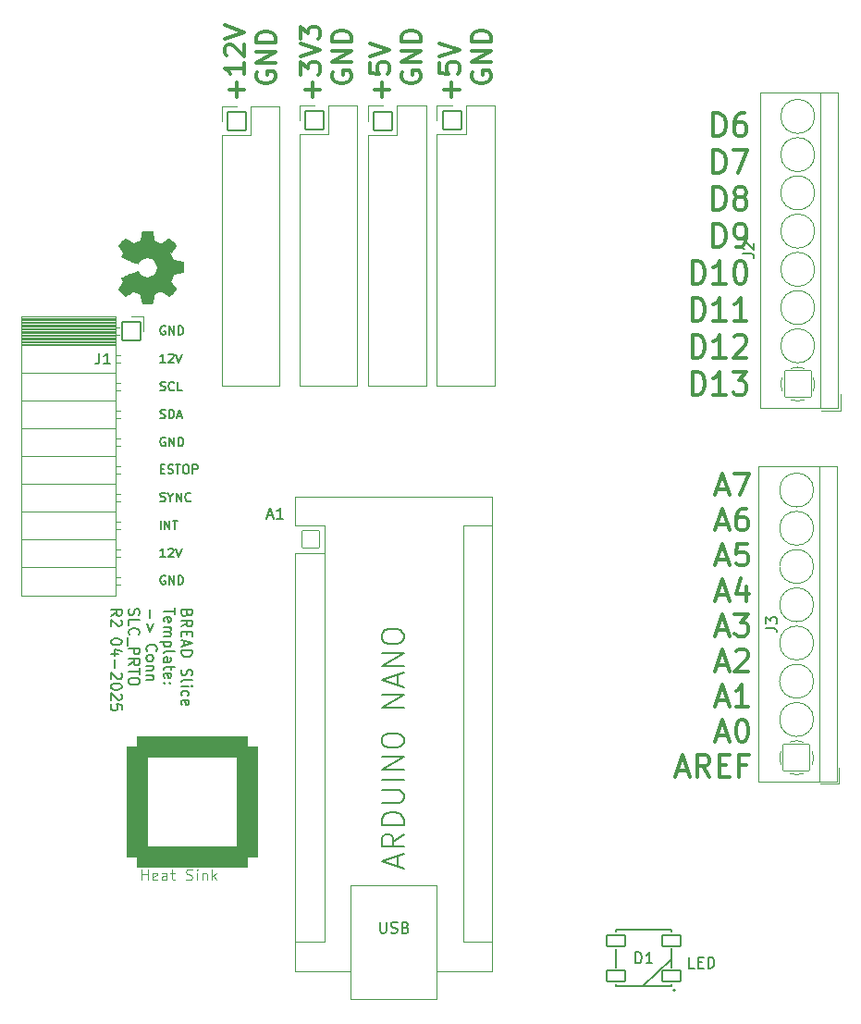
<source format=gbr>
%TF.GenerationSoftware,KiCad,Pcbnew,9.0.1*%
%TF.CreationDate,2025-05-07T10:28:51-04:00*%
%TF.ProjectId,BREAD_Slice,42524541-445f-4536-9c69-63655f636f6e,rev?*%
%TF.SameCoordinates,PX74eba40PY8552dc0*%
%TF.FileFunction,Legend,Top*%
%TF.FilePolarity,Positive*%
%FSLAX46Y46*%
G04 Gerber Fmt 4.6, Leading zero omitted, Abs format (unit mm)*
G04 Created by KiCad (PCBNEW 9.0.1) date 2025-05-07 10:28:51*
%MOMM*%
%LPD*%
G01*
G04 APERTURE LIST*
G04 Aperture macros list*
%AMRoundRect*
0 Rectangle with rounded corners*
0 $1 Rounding radius*
0 $2 $3 $4 $5 $6 $7 $8 $9 X,Y pos of 4 corners*
0 Add a 4 corners polygon primitive as box body*
4,1,4,$2,$3,$4,$5,$6,$7,$8,$9,$2,$3,0*
0 Add four circle primitives for the rounded corners*
1,1,$1+$1,$2,$3*
1,1,$1+$1,$4,$5*
1,1,$1+$1,$6,$7*
1,1,$1+$1,$8,$9*
0 Add four rect primitives between the rounded corners*
20,1,$1+$1,$2,$3,$4,$5,0*
20,1,$1+$1,$4,$5,$6,$7,0*
20,1,$1+$1,$6,$7,$8,$9,0*
20,1,$1+$1,$8,$9,$2,$3,0*%
G04 Aperture macros list end*
%ADD10C,0.150000*%
%ADD11C,0.300000*%
%ADD12C,0.100000*%
%ADD13C,0.120000*%
%ADD14C,0.010000*%
%ADD15C,0.177800*%
%ADD16C,0.200000*%
%ADD17C,5.100000*%
%ADD18RoundRect,0.050000X-0.800000X-0.800000X0.800000X-0.800000X0.800000X0.800000X-0.800000X0.800000X0*%
%ADD19O,1.700000X1.700000*%
%ADD20RoundRect,0.050000X-0.850000X-0.850000X0.850000X-0.850000X0.850000X0.850000X-0.850000X0.850000X0*%
%ADD21O,1.800000X1.800000*%
%ADD22RoundRect,1.008333X-5.041667X-5.041667X5.041667X-5.041667X5.041667X5.041667X-5.041667X5.041667X0*%
%ADD23RoundRect,0.050000X1.200000X-1.200000X1.200000X1.200000X-1.200000X1.200000X-1.200000X-1.200000X0*%
%ADD24C,2.500000*%
%ADD25C,1.800000*%
%ADD26RoundRect,0.101600X-0.825500X-0.500000X0.825500X-0.500000X0.825500X0.500000X-0.825500X0.500000X0*%
G04 APERTURE END LIST*
D10*
X6686666Y51677610D02*
X6610476Y51715705D01*
X6610476Y51715705D02*
X6496190Y51715705D01*
X6496190Y51715705D02*
X6381904Y51677610D01*
X6381904Y51677610D02*
X6305714Y51601420D01*
X6305714Y51601420D02*
X6267619Y51525229D01*
X6267619Y51525229D02*
X6229523Y51372848D01*
X6229523Y51372848D02*
X6229523Y51258562D01*
X6229523Y51258562D02*
X6267619Y51106181D01*
X6267619Y51106181D02*
X6305714Y51029991D01*
X6305714Y51029991D02*
X6381904Y50953800D01*
X6381904Y50953800D02*
X6496190Y50915705D01*
X6496190Y50915705D02*
X6572381Y50915705D01*
X6572381Y50915705D02*
X6686666Y50953800D01*
X6686666Y50953800D02*
X6724762Y50991896D01*
X6724762Y50991896D02*
X6724762Y51258562D01*
X6724762Y51258562D02*
X6572381Y51258562D01*
X7067619Y50915705D02*
X7067619Y51715705D01*
X7067619Y51715705D02*
X7524762Y50915705D01*
X7524762Y50915705D02*
X7524762Y51715705D01*
X7905714Y50915705D02*
X7905714Y51715705D01*
X7905714Y51715705D02*
X8096190Y51715705D01*
X8096190Y51715705D02*
X8210476Y51677610D01*
X8210476Y51677610D02*
X8286666Y51601420D01*
X8286666Y51601420D02*
X8324761Y51525229D01*
X8324761Y51525229D02*
X8362857Y51372848D01*
X8362857Y51372848D02*
X8362857Y51258562D01*
X8362857Y51258562D02*
X8324761Y51106181D01*
X8324761Y51106181D02*
X8286666Y51029991D01*
X8286666Y51029991D02*
X8210476Y50953800D01*
X8210476Y50953800D02*
X8096190Y50915705D01*
X8096190Y50915705D02*
X7905714Y50915705D01*
X55157142Y3145181D02*
X54680952Y3145181D01*
X54680952Y3145181D02*
X54680952Y4145181D01*
X55490476Y3668991D02*
X55823809Y3668991D01*
X55966666Y3145181D02*
X55490476Y3145181D01*
X55490476Y3145181D02*
X55490476Y4145181D01*
X55490476Y4145181D02*
X55966666Y4145181D01*
X56395238Y3145181D02*
X56395238Y4145181D01*
X56395238Y4145181D02*
X56633333Y4145181D01*
X56633333Y4145181D02*
X56776190Y4097562D01*
X56776190Y4097562D02*
X56871428Y4002324D01*
X56871428Y4002324D02*
X56919047Y3907086D01*
X56919047Y3907086D02*
X56966666Y3716610D01*
X56966666Y3716610D02*
X56966666Y3573753D01*
X56966666Y3573753D02*
X56919047Y3383277D01*
X56919047Y3383277D02*
X56871428Y3288039D01*
X56871428Y3288039D02*
X56776190Y3192800D01*
X56776190Y3192800D02*
X56633333Y3145181D01*
X56633333Y3145181D02*
X56395238Y3145181D01*
X6686666Y40765705D02*
X6229523Y40765705D01*
X6458095Y40765705D02*
X6458095Y41565705D01*
X6458095Y41565705D02*
X6381904Y41451420D01*
X6381904Y41451420D02*
X6305714Y41375229D01*
X6305714Y41375229D02*
X6229523Y41337134D01*
X6991428Y41489515D02*
X7029524Y41527610D01*
X7029524Y41527610D02*
X7105714Y41565705D01*
X7105714Y41565705D02*
X7296190Y41565705D01*
X7296190Y41565705D02*
X7372381Y41527610D01*
X7372381Y41527610D02*
X7410476Y41489515D01*
X7410476Y41489515D02*
X7448571Y41413324D01*
X7448571Y41413324D02*
X7448571Y41337134D01*
X7448571Y41337134D02*
X7410476Y41222848D01*
X7410476Y41222848D02*
X6953333Y40765705D01*
X6953333Y40765705D02*
X7448571Y40765705D01*
X7677143Y41565705D02*
X7943810Y40765705D01*
X7943810Y40765705D02*
X8210476Y41565705D01*
D11*
X57214536Y46990895D02*
X58166917Y46990895D01*
X57024060Y46419466D02*
X57690726Y48419466D01*
X57690726Y48419466D02*
X58357393Y46419466D01*
X58833584Y48419466D02*
X60166917Y48419466D01*
X60166917Y48419466D02*
X59309774Y46419466D01*
X57214536Y43771007D02*
X58166917Y43771007D01*
X57024060Y43199578D02*
X57690726Y45199578D01*
X57690726Y45199578D02*
X58357393Y43199578D01*
X59881203Y45199578D02*
X59500250Y45199578D01*
X59500250Y45199578D02*
X59309774Y45104340D01*
X59309774Y45104340D02*
X59214536Y45009102D01*
X59214536Y45009102D02*
X59024060Y44723388D01*
X59024060Y44723388D02*
X58928822Y44342436D01*
X58928822Y44342436D02*
X58928822Y43580531D01*
X58928822Y43580531D02*
X59024060Y43390055D01*
X59024060Y43390055D02*
X59119298Y43294816D01*
X59119298Y43294816D02*
X59309774Y43199578D01*
X59309774Y43199578D02*
X59690727Y43199578D01*
X59690727Y43199578D02*
X59881203Y43294816D01*
X59881203Y43294816D02*
X59976441Y43390055D01*
X59976441Y43390055D02*
X60071679Y43580531D01*
X60071679Y43580531D02*
X60071679Y44056721D01*
X60071679Y44056721D02*
X59976441Y44247197D01*
X59976441Y44247197D02*
X59881203Y44342436D01*
X59881203Y44342436D02*
X59690727Y44437674D01*
X59690727Y44437674D02*
X59309774Y44437674D01*
X59309774Y44437674D02*
X59119298Y44342436D01*
X59119298Y44342436D02*
X59024060Y44247197D01*
X59024060Y44247197D02*
X58928822Y44056721D01*
X57214536Y40551119D02*
X58166917Y40551119D01*
X57024060Y39979690D02*
X57690726Y41979690D01*
X57690726Y41979690D02*
X58357393Y39979690D01*
X59976441Y41979690D02*
X59024060Y41979690D01*
X59024060Y41979690D02*
X58928822Y41027309D01*
X58928822Y41027309D02*
X59024060Y41122548D01*
X59024060Y41122548D02*
X59214536Y41217786D01*
X59214536Y41217786D02*
X59690727Y41217786D01*
X59690727Y41217786D02*
X59881203Y41122548D01*
X59881203Y41122548D02*
X59976441Y41027309D01*
X59976441Y41027309D02*
X60071679Y40836833D01*
X60071679Y40836833D02*
X60071679Y40360643D01*
X60071679Y40360643D02*
X59976441Y40170167D01*
X59976441Y40170167D02*
X59881203Y40074928D01*
X59881203Y40074928D02*
X59690727Y39979690D01*
X59690727Y39979690D02*
X59214536Y39979690D01*
X59214536Y39979690D02*
X59024060Y40074928D01*
X59024060Y40074928D02*
X58928822Y40170167D01*
X57214536Y37331231D02*
X58166917Y37331231D01*
X57024060Y36759802D02*
X57690726Y38759802D01*
X57690726Y38759802D02*
X58357393Y36759802D01*
X59881203Y38093136D02*
X59881203Y36759802D01*
X59405012Y38855040D02*
X58928822Y37426469D01*
X58928822Y37426469D02*
X60166917Y37426469D01*
X57214536Y34111343D02*
X58166917Y34111343D01*
X57024060Y33539914D02*
X57690726Y35539914D01*
X57690726Y35539914D02*
X58357393Y33539914D01*
X58833584Y35539914D02*
X60071679Y35539914D01*
X60071679Y35539914D02*
X59405012Y34778010D01*
X59405012Y34778010D02*
X59690727Y34778010D01*
X59690727Y34778010D02*
X59881203Y34682772D01*
X59881203Y34682772D02*
X59976441Y34587533D01*
X59976441Y34587533D02*
X60071679Y34397057D01*
X60071679Y34397057D02*
X60071679Y33920867D01*
X60071679Y33920867D02*
X59976441Y33730391D01*
X59976441Y33730391D02*
X59881203Y33635152D01*
X59881203Y33635152D02*
X59690727Y33539914D01*
X59690727Y33539914D02*
X59119298Y33539914D01*
X59119298Y33539914D02*
X58928822Y33635152D01*
X58928822Y33635152D02*
X58833584Y33730391D01*
X57214536Y30891455D02*
X58166917Y30891455D01*
X57024060Y30320026D02*
X57690726Y32320026D01*
X57690726Y32320026D02*
X58357393Y30320026D01*
X58928822Y32129550D02*
X59024060Y32224788D01*
X59024060Y32224788D02*
X59214536Y32320026D01*
X59214536Y32320026D02*
X59690727Y32320026D01*
X59690727Y32320026D02*
X59881203Y32224788D01*
X59881203Y32224788D02*
X59976441Y32129550D01*
X59976441Y32129550D02*
X60071679Y31939074D01*
X60071679Y31939074D02*
X60071679Y31748598D01*
X60071679Y31748598D02*
X59976441Y31462884D01*
X59976441Y31462884D02*
X58833584Y30320026D01*
X58833584Y30320026D02*
X60071679Y30320026D01*
X57214536Y27671567D02*
X58166917Y27671567D01*
X57024060Y27100138D02*
X57690726Y29100138D01*
X57690726Y29100138D02*
X58357393Y27100138D01*
X60071679Y27100138D02*
X58928822Y27100138D01*
X59500250Y27100138D02*
X59500250Y29100138D01*
X59500250Y29100138D02*
X59309774Y28814424D01*
X59309774Y28814424D02*
X59119298Y28623948D01*
X59119298Y28623948D02*
X58928822Y28528710D01*
X57214536Y24451679D02*
X58166917Y24451679D01*
X57024060Y23880250D02*
X57690726Y25880250D01*
X57690726Y25880250D02*
X58357393Y23880250D01*
X59405012Y25880250D02*
X59595489Y25880250D01*
X59595489Y25880250D02*
X59785965Y25785012D01*
X59785965Y25785012D02*
X59881203Y25689774D01*
X59881203Y25689774D02*
X59976441Y25499298D01*
X59976441Y25499298D02*
X60071679Y25118346D01*
X60071679Y25118346D02*
X60071679Y24642155D01*
X60071679Y24642155D02*
X59976441Y24261203D01*
X59976441Y24261203D02*
X59881203Y24070727D01*
X59881203Y24070727D02*
X59785965Y23975488D01*
X59785965Y23975488D02*
X59595489Y23880250D01*
X59595489Y23880250D02*
X59405012Y23880250D01*
X59405012Y23880250D02*
X59214536Y23975488D01*
X59214536Y23975488D02*
X59119298Y24070727D01*
X59119298Y24070727D02*
X59024060Y24261203D01*
X59024060Y24261203D02*
X58928822Y24642155D01*
X58928822Y24642155D02*
X58928822Y25118346D01*
X58928822Y25118346D02*
X59024060Y25499298D01*
X59024060Y25499298D02*
X59119298Y25689774D01*
X59119298Y25689774D02*
X59214536Y25785012D01*
X59214536Y25785012D02*
X59405012Y25880250D01*
X53595488Y21231791D02*
X54547869Y21231791D01*
X53405012Y20660362D02*
X54071678Y22660362D01*
X54071678Y22660362D02*
X54738345Y20660362D01*
X56547869Y20660362D02*
X55881202Y21612743D01*
X55405012Y20660362D02*
X55405012Y22660362D01*
X55405012Y22660362D02*
X56166917Y22660362D01*
X56166917Y22660362D02*
X56357393Y22565124D01*
X56357393Y22565124D02*
X56452631Y22469886D01*
X56452631Y22469886D02*
X56547869Y22279410D01*
X56547869Y22279410D02*
X56547869Y21993696D01*
X56547869Y21993696D02*
X56452631Y21803220D01*
X56452631Y21803220D02*
X56357393Y21707981D01*
X56357393Y21707981D02*
X56166917Y21612743D01*
X56166917Y21612743D02*
X55405012Y21612743D01*
X57405012Y21707981D02*
X58071679Y21707981D01*
X58357393Y20660362D02*
X57405012Y20660362D01*
X57405012Y20660362D02*
X57405012Y22660362D01*
X57405012Y22660362D02*
X58357393Y22660362D01*
X59881203Y21707981D02*
X59214536Y21707981D01*
X59214536Y20660362D02*
X59214536Y22660362D01*
X59214536Y22660362D02*
X60166917Y22660362D01*
D10*
X6229523Y45903800D02*
X6343809Y45865705D01*
X6343809Y45865705D02*
X6534285Y45865705D01*
X6534285Y45865705D02*
X6610476Y45903800D01*
X6610476Y45903800D02*
X6648571Y45941896D01*
X6648571Y45941896D02*
X6686666Y46018086D01*
X6686666Y46018086D02*
X6686666Y46094277D01*
X6686666Y46094277D02*
X6648571Y46170467D01*
X6648571Y46170467D02*
X6610476Y46208562D01*
X6610476Y46208562D02*
X6534285Y46246658D01*
X6534285Y46246658D02*
X6381904Y46284753D01*
X6381904Y46284753D02*
X6305714Y46322848D01*
X6305714Y46322848D02*
X6267619Y46360943D01*
X6267619Y46360943D02*
X6229523Y46437134D01*
X6229523Y46437134D02*
X6229523Y46513324D01*
X6229523Y46513324D02*
X6267619Y46589515D01*
X6267619Y46589515D02*
X6305714Y46627610D01*
X6305714Y46627610D02*
X6381904Y46665705D01*
X6381904Y46665705D02*
X6572381Y46665705D01*
X6572381Y46665705D02*
X6686666Y46627610D01*
X7181905Y46246658D02*
X7181905Y45865705D01*
X6915238Y46665705D02*
X7181905Y46246658D01*
X7181905Y46246658D02*
X7448571Y46665705D01*
X7715238Y45865705D02*
X7715238Y46665705D01*
X7715238Y46665705D02*
X8172381Y45865705D01*
X8172381Y45865705D02*
X8172381Y46665705D01*
X9010476Y45941896D02*
X8972380Y45903800D01*
X8972380Y45903800D02*
X8858095Y45865705D01*
X8858095Y45865705D02*
X8781904Y45865705D01*
X8781904Y45865705D02*
X8667618Y45903800D01*
X8667618Y45903800D02*
X8591428Y45979991D01*
X8591428Y45979991D02*
X8553333Y46056181D01*
X8553333Y46056181D02*
X8515237Y46208562D01*
X8515237Y46208562D02*
X8515237Y46322848D01*
X8515237Y46322848D02*
X8553333Y46475229D01*
X8553333Y46475229D02*
X8591428Y46551420D01*
X8591428Y46551420D02*
X8667618Y46627610D01*
X8667618Y46627610D02*
X8781904Y46665705D01*
X8781904Y46665705D02*
X8858095Y46665705D01*
X8858095Y46665705D02*
X8972380Y46627610D01*
X8972380Y46627610D02*
X9010476Y46589515D01*
X6686666Y39027610D02*
X6610476Y39065705D01*
X6610476Y39065705D02*
X6496190Y39065705D01*
X6496190Y39065705D02*
X6381904Y39027610D01*
X6381904Y39027610D02*
X6305714Y38951420D01*
X6305714Y38951420D02*
X6267619Y38875229D01*
X6267619Y38875229D02*
X6229523Y38722848D01*
X6229523Y38722848D02*
X6229523Y38608562D01*
X6229523Y38608562D02*
X6267619Y38456181D01*
X6267619Y38456181D02*
X6305714Y38379991D01*
X6305714Y38379991D02*
X6381904Y38303800D01*
X6381904Y38303800D02*
X6496190Y38265705D01*
X6496190Y38265705D02*
X6572381Y38265705D01*
X6572381Y38265705D02*
X6686666Y38303800D01*
X6686666Y38303800D02*
X6724762Y38341896D01*
X6724762Y38341896D02*
X6724762Y38608562D01*
X6724762Y38608562D02*
X6572381Y38608562D01*
X7067619Y38265705D02*
X7067619Y39065705D01*
X7067619Y39065705D02*
X7524762Y38265705D01*
X7524762Y38265705D02*
X7524762Y39065705D01*
X7905714Y38265705D02*
X7905714Y39065705D01*
X7905714Y39065705D02*
X8096190Y39065705D01*
X8096190Y39065705D02*
X8210476Y39027610D01*
X8210476Y39027610D02*
X8286666Y38951420D01*
X8286666Y38951420D02*
X8324761Y38875229D01*
X8324761Y38875229D02*
X8362857Y38722848D01*
X8362857Y38722848D02*
X8362857Y38608562D01*
X8362857Y38608562D02*
X8324761Y38456181D01*
X8324761Y38456181D02*
X8286666Y38379991D01*
X8286666Y38379991D02*
X8210476Y38303800D01*
X8210476Y38303800D02*
X8096190Y38265705D01*
X8096190Y38265705D02*
X7905714Y38265705D01*
X8688878Y35629888D02*
X8641259Y35487031D01*
X8641259Y35487031D02*
X8593640Y35439412D01*
X8593640Y35439412D02*
X8498402Y35391793D01*
X8498402Y35391793D02*
X8355545Y35391793D01*
X8355545Y35391793D02*
X8260307Y35439412D01*
X8260307Y35439412D02*
X8212688Y35487031D01*
X8212688Y35487031D02*
X8165068Y35582269D01*
X8165068Y35582269D02*
X8165068Y35963221D01*
X8165068Y35963221D02*
X9165068Y35963221D01*
X9165068Y35963221D02*
X9165068Y35629888D01*
X9165068Y35629888D02*
X9117449Y35534650D01*
X9117449Y35534650D02*
X9069830Y35487031D01*
X9069830Y35487031D02*
X8974592Y35439412D01*
X8974592Y35439412D02*
X8879354Y35439412D01*
X8879354Y35439412D02*
X8784116Y35487031D01*
X8784116Y35487031D02*
X8736497Y35534650D01*
X8736497Y35534650D02*
X8688878Y35629888D01*
X8688878Y35629888D02*
X8688878Y35963221D01*
X8165068Y34391793D02*
X8641259Y34725126D01*
X8165068Y34963221D02*
X9165068Y34963221D01*
X9165068Y34963221D02*
X9165068Y34582269D01*
X9165068Y34582269D02*
X9117449Y34487031D01*
X9117449Y34487031D02*
X9069830Y34439412D01*
X9069830Y34439412D02*
X8974592Y34391793D01*
X8974592Y34391793D02*
X8831735Y34391793D01*
X8831735Y34391793D02*
X8736497Y34439412D01*
X8736497Y34439412D02*
X8688878Y34487031D01*
X8688878Y34487031D02*
X8641259Y34582269D01*
X8641259Y34582269D02*
X8641259Y34963221D01*
X8688878Y33963221D02*
X8688878Y33629888D01*
X8165068Y33487031D02*
X8165068Y33963221D01*
X8165068Y33963221D02*
X9165068Y33963221D01*
X9165068Y33963221D02*
X9165068Y33487031D01*
X8450783Y33106078D02*
X8450783Y32629888D01*
X8165068Y33201316D02*
X9165068Y32867983D01*
X9165068Y32867983D02*
X8165068Y32534650D01*
X8165068Y32201316D02*
X9165068Y32201316D01*
X9165068Y32201316D02*
X9165068Y31963221D01*
X9165068Y31963221D02*
X9117449Y31820364D01*
X9117449Y31820364D02*
X9022211Y31725126D01*
X9022211Y31725126D02*
X8926973Y31677507D01*
X8926973Y31677507D02*
X8736497Y31629888D01*
X8736497Y31629888D02*
X8593640Y31629888D01*
X8593640Y31629888D02*
X8403164Y31677507D01*
X8403164Y31677507D02*
X8307926Y31725126D01*
X8307926Y31725126D02*
X8212688Y31820364D01*
X8212688Y31820364D02*
X8165068Y31963221D01*
X8165068Y31963221D02*
X8165068Y32201316D01*
X8212688Y30487030D02*
X8165068Y30344173D01*
X8165068Y30344173D02*
X8165068Y30106078D01*
X8165068Y30106078D02*
X8212688Y30010840D01*
X8212688Y30010840D02*
X8260307Y29963221D01*
X8260307Y29963221D02*
X8355545Y29915602D01*
X8355545Y29915602D02*
X8450783Y29915602D01*
X8450783Y29915602D02*
X8546021Y29963221D01*
X8546021Y29963221D02*
X8593640Y30010840D01*
X8593640Y30010840D02*
X8641259Y30106078D01*
X8641259Y30106078D02*
X8688878Y30296554D01*
X8688878Y30296554D02*
X8736497Y30391792D01*
X8736497Y30391792D02*
X8784116Y30439411D01*
X8784116Y30439411D02*
X8879354Y30487030D01*
X8879354Y30487030D02*
X8974592Y30487030D01*
X8974592Y30487030D02*
X9069830Y30439411D01*
X9069830Y30439411D02*
X9117449Y30391792D01*
X9117449Y30391792D02*
X9165068Y30296554D01*
X9165068Y30296554D02*
X9165068Y30058459D01*
X9165068Y30058459D02*
X9117449Y29915602D01*
X8165068Y29344173D02*
X8212688Y29439411D01*
X8212688Y29439411D02*
X8307926Y29487030D01*
X8307926Y29487030D02*
X9165068Y29487030D01*
X8165068Y28963220D02*
X8831735Y28963220D01*
X9165068Y28963220D02*
X9117449Y29010839D01*
X9117449Y29010839D02*
X9069830Y28963220D01*
X9069830Y28963220D02*
X9117449Y28915601D01*
X9117449Y28915601D02*
X9165068Y28963220D01*
X9165068Y28963220D02*
X9069830Y28963220D01*
X8212688Y28058459D02*
X8165068Y28153697D01*
X8165068Y28153697D02*
X8165068Y28344173D01*
X8165068Y28344173D02*
X8212688Y28439411D01*
X8212688Y28439411D02*
X8260307Y28487030D01*
X8260307Y28487030D02*
X8355545Y28534649D01*
X8355545Y28534649D02*
X8641259Y28534649D01*
X8641259Y28534649D02*
X8736497Y28487030D01*
X8736497Y28487030D02*
X8784116Y28439411D01*
X8784116Y28439411D02*
X8831735Y28344173D01*
X8831735Y28344173D02*
X8831735Y28153697D01*
X8831735Y28153697D02*
X8784116Y28058459D01*
X8212688Y27248935D02*
X8165068Y27344173D01*
X8165068Y27344173D02*
X8165068Y27534649D01*
X8165068Y27534649D02*
X8212688Y27629887D01*
X8212688Y27629887D02*
X8307926Y27677506D01*
X8307926Y27677506D02*
X8688878Y27677506D01*
X8688878Y27677506D02*
X8784116Y27629887D01*
X8784116Y27629887D02*
X8831735Y27534649D01*
X8831735Y27534649D02*
X8831735Y27344173D01*
X8831735Y27344173D02*
X8784116Y27248935D01*
X8784116Y27248935D02*
X8688878Y27201316D01*
X8688878Y27201316D02*
X8593640Y27201316D01*
X8593640Y27201316D02*
X8498402Y27677506D01*
X7555124Y36106078D02*
X7555124Y35534650D01*
X6555124Y35820364D02*
X7555124Y35820364D01*
X6602744Y34820364D02*
X6555124Y34915602D01*
X6555124Y34915602D02*
X6555124Y35106078D01*
X6555124Y35106078D02*
X6602744Y35201316D01*
X6602744Y35201316D02*
X6697982Y35248935D01*
X6697982Y35248935D02*
X7078934Y35248935D01*
X7078934Y35248935D02*
X7174172Y35201316D01*
X7174172Y35201316D02*
X7221791Y35106078D01*
X7221791Y35106078D02*
X7221791Y34915602D01*
X7221791Y34915602D02*
X7174172Y34820364D01*
X7174172Y34820364D02*
X7078934Y34772745D01*
X7078934Y34772745D02*
X6983696Y34772745D01*
X6983696Y34772745D02*
X6888458Y35248935D01*
X6555124Y34344173D02*
X7221791Y34344173D01*
X7126553Y34344173D02*
X7174172Y34296554D01*
X7174172Y34296554D02*
X7221791Y34201316D01*
X7221791Y34201316D02*
X7221791Y34058459D01*
X7221791Y34058459D02*
X7174172Y33963221D01*
X7174172Y33963221D02*
X7078934Y33915602D01*
X7078934Y33915602D02*
X6555124Y33915602D01*
X7078934Y33915602D02*
X7174172Y33867983D01*
X7174172Y33867983D02*
X7221791Y33772745D01*
X7221791Y33772745D02*
X7221791Y33629888D01*
X7221791Y33629888D02*
X7174172Y33534649D01*
X7174172Y33534649D02*
X7078934Y33487030D01*
X7078934Y33487030D02*
X6555124Y33487030D01*
X7221791Y33010840D02*
X6221791Y33010840D01*
X7174172Y33010840D02*
X7221791Y32915602D01*
X7221791Y32915602D02*
X7221791Y32725126D01*
X7221791Y32725126D02*
X7174172Y32629888D01*
X7174172Y32629888D02*
X7126553Y32582269D01*
X7126553Y32582269D02*
X7031315Y32534650D01*
X7031315Y32534650D02*
X6745601Y32534650D01*
X6745601Y32534650D02*
X6650363Y32582269D01*
X6650363Y32582269D02*
X6602744Y32629888D01*
X6602744Y32629888D02*
X6555124Y32725126D01*
X6555124Y32725126D02*
X6555124Y32915602D01*
X6555124Y32915602D02*
X6602744Y33010840D01*
X6555124Y31963221D02*
X6602744Y32058459D01*
X6602744Y32058459D02*
X6697982Y32106078D01*
X6697982Y32106078D02*
X7555124Y32106078D01*
X6555124Y31153697D02*
X7078934Y31153697D01*
X7078934Y31153697D02*
X7174172Y31201316D01*
X7174172Y31201316D02*
X7221791Y31296554D01*
X7221791Y31296554D02*
X7221791Y31487030D01*
X7221791Y31487030D02*
X7174172Y31582268D01*
X6602744Y31153697D02*
X6555124Y31248935D01*
X6555124Y31248935D02*
X6555124Y31487030D01*
X6555124Y31487030D02*
X6602744Y31582268D01*
X6602744Y31582268D02*
X6697982Y31629887D01*
X6697982Y31629887D02*
X6793220Y31629887D01*
X6793220Y31629887D02*
X6888458Y31582268D01*
X6888458Y31582268D02*
X6936077Y31487030D01*
X6936077Y31487030D02*
X6936077Y31248935D01*
X6936077Y31248935D02*
X6983696Y31153697D01*
X7221791Y30820363D02*
X7221791Y30439411D01*
X7555124Y30677506D02*
X6697982Y30677506D01*
X6697982Y30677506D02*
X6602744Y30629887D01*
X6602744Y30629887D02*
X6555124Y30534649D01*
X6555124Y30534649D02*
X6555124Y30439411D01*
X6602744Y29725125D02*
X6555124Y29820363D01*
X6555124Y29820363D02*
X6555124Y30010839D01*
X6555124Y30010839D02*
X6602744Y30106077D01*
X6602744Y30106077D02*
X6697982Y30153696D01*
X6697982Y30153696D02*
X7078934Y30153696D01*
X7078934Y30153696D02*
X7174172Y30106077D01*
X7174172Y30106077D02*
X7221791Y30010839D01*
X7221791Y30010839D02*
X7221791Y29820363D01*
X7221791Y29820363D02*
X7174172Y29725125D01*
X7174172Y29725125D02*
X7078934Y29677506D01*
X7078934Y29677506D02*
X6983696Y29677506D01*
X6983696Y29677506D02*
X6888458Y30153696D01*
X6650363Y29248934D02*
X6602744Y29201315D01*
X6602744Y29201315D02*
X6555124Y29248934D01*
X6555124Y29248934D02*
X6602744Y29296553D01*
X6602744Y29296553D02*
X6650363Y29248934D01*
X6650363Y29248934D02*
X6555124Y29248934D01*
X7174172Y29248934D02*
X7126553Y29201315D01*
X7126553Y29201315D02*
X7078934Y29248934D01*
X7078934Y29248934D02*
X7126553Y29296553D01*
X7126553Y29296553D02*
X7174172Y29248934D01*
X7174172Y29248934D02*
X7078934Y29248934D01*
X5326133Y35963221D02*
X5326133Y35201316D01*
X5611847Y34725126D02*
X5326133Y33963221D01*
X5326133Y33963221D02*
X5040419Y34725126D01*
X5040419Y32153698D02*
X4992800Y32201317D01*
X4992800Y32201317D02*
X4945180Y32344174D01*
X4945180Y32344174D02*
X4945180Y32439412D01*
X4945180Y32439412D02*
X4992800Y32582269D01*
X4992800Y32582269D02*
X5088038Y32677507D01*
X5088038Y32677507D02*
X5183276Y32725126D01*
X5183276Y32725126D02*
X5373752Y32772745D01*
X5373752Y32772745D02*
X5516609Y32772745D01*
X5516609Y32772745D02*
X5707085Y32725126D01*
X5707085Y32725126D02*
X5802323Y32677507D01*
X5802323Y32677507D02*
X5897561Y32582269D01*
X5897561Y32582269D02*
X5945180Y32439412D01*
X5945180Y32439412D02*
X5945180Y32344174D01*
X5945180Y32344174D02*
X5897561Y32201317D01*
X5897561Y32201317D02*
X5849942Y32153698D01*
X4945180Y31582269D02*
X4992800Y31677507D01*
X4992800Y31677507D02*
X5040419Y31725126D01*
X5040419Y31725126D02*
X5135657Y31772745D01*
X5135657Y31772745D02*
X5421371Y31772745D01*
X5421371Y31772745D02*
X5516609Y31725126D01*
X5516609Y31725126D02*
X5564228Y31677507D01*
X5564228Y31677507D02*
X5611847Y31582269D01*
X5611847Y31582269D02*
X5611847Y31439412D01*
X5611847Y31439412D02*
X5564228Y31344174D01*
X5564228Y31344174D02*
X5516609Y31296555D01*
X5516609Y31296555D02*
X5421371Y31248936D01*
X5421371Y31248936D02*
X5135657Y31248936D01*
X5135657Y31248936D02*
X5040419Y31296555D01*
X5040419Y31296555D02*
X4992800Y31344174D01*
X4992800Y31344174D02*
X4945180Y31439412D01*
X4945180Y31439412D02*
X4945180Y31582269D01*
X5611847Y30820364D02*
X4945180Y30820364D01*
X5516609Y30820364D02*
X5564228Y30772745D01*
X5564228Y30772745D02*
X5611847Y30677507D01*
X5611847Y30677507D02*
X5611847Y30534650D01*
X5611847Y30534650D02*
X5564228Y30439412D01*
X5564228Y30439412D02*
X5468990Y30391793D01*
X5468990Y30391793D02*
X4945180Y30391793D01*
X5611847Y29915602D02*
X4945180Y29915602D01*
X5516609Y29915602D02*
X5564228Y29867983D01*
X5564228Y29867983D02*
X5611847Y29772745D01*
X5611847Y29772745D02*
X5611847Y29629888D01*
X5611847Y29629888D02*
X5564228Y29534650D01*
X5564228Y29534650D02*
X5468990Y29487031D01*
X5468990Y29487031D02*
X4945180Y29487031D01*
X3382856Y36010840D02*
X3335236Y35867983D01*
X3335236Y35867983D02*
X3335236Y35629888D01*
X3335236Y35629888D02*
X3382856Y35534650D01*
X3382856Y35534650D02*
X3430475Y35487031D01*
X3430475Y35487031D02*
X3525713Y35439412D01*
X3525713Y35439412D02*
X3620951Y35439412D01*
X3620951Y35439412D02*
X3716189Y35487031D01*
X3716189Y35487031D02*
X3763808Y35534650D01*
X3763808Y35534650D02*
X3811427Y35629888D01*
X3811427Y35629888D02*
X3859046Y35820364D01*
X3859046Y35820364D02*
X3906665Y35915602D01*
X3906665Y35915602D02*
X3954284Y35963221D01*
X3954284Y35963221D02*
X4049522Y36010840D01*
X4049522Y36010840D02*
X4144760Y36010840D01*
X4144760Y36010840D02*
X4239998Y35963221D01*
X4239998Y35963221D02*
X4287617Y35915602D01*
X4287617Y35915602D02*
X4335236Y35820364D01*
X4335236Y35820364D02*
X4335236Y35582269D01*
X4335236Y35582269D02*
X4287617Y35439412D01*
X3335236Y34534650D02*
X3335236Y35010840D01*
X3335236Y35010840D02*
X4335236Y35010840D01*
X3430475Y33629888D02*
X3382856Y33677507D01*
X3382856Y33677507D02*
X3335236Y33820364D01*
X3335236Y33820364D02*
X3335236Y33915602D01*
X3335236Y33915602D02*
X3382856Y34058459D01*
X3382856Y34058459D02*
X3478094Y34153697D01*
X3478094Y34153697D02*
X3573332Y34201316D01*
X3573332Y34201316D02*
X3763808Y34248935D01*
X3763808Y34248935D02*
X3906665Y34248935D01*
X3906665Y34248935D02*
X4097141Y34201316D01*
X4097141Y34201316D02*
X4192379Y34153697D01*
X4192379Y34153697D02*
X4287617Y34058459D01*
X4287617Y34058459D02*
X4335236Y33915602D01*
X4335236Y33915602D02*
X4335236Y33820364D01*
X4335236Y33820364D02*
X4287617Y33677507D01*
X4287617Y33677507D02*
X4239998Y33629888D01*
X3239998Y33439411D02*
X3239998Y32677507D01*
X3335236Y32439411D02*
X4335236Y32439411D01*
X4335236Y32439411D02*
X4335236Y32058459D01*
X4335236Y32058459D02*
X4287617Y31963221D01*
X4287617Y31963221D02*
X4239998Y31915602D01*
X4239998Y31915602D02*
X4144760Y31867983D01*
X4144760Y31867983D02*
X4001903Y31867983D01*
X4001903Y31867983D02*
X3906665Y31915602D01*
X3906665Y31915602D02*
X3859046Y31963221D01*
X3859046Y31963221D02*
X3811427Y32058459D01*
X3811427Y32058459D02*
X3811427Y32439411D01*
X3335236Y30867983D02*
X3811427Y31201316D01*
X3335236Y31439411D02*
X4335236Y31439411D01*
X4335236Y31439411D02*
X4335236Y31058459D01*
X4335236Y31058459D02*
X4287617Y30963221D01*
X4287617Y30963221D02*
X4239998Y30915602D01*
X4239998Y30915602D02*
X4144760Y30867983D01*
X4144760Y30867983D02*
X4001903Y30867983D01*
X4001903Y30867983D02*
X3906665Y30915602D01*
X3906665Y30915602D02*
X3859046Y30963221D01*
X3859046Y30963221D02*
X3811427Y31058459D01*
X3811427Y31058459D02*
X3811427Y31439411D01*
X4335236Y30582268D02*
X4335236Y30010840D01*
X3335236Y30296554D02*
X4335236Y30296554D01*
X4335236Y29487030D02*
X4335236Y29296554D01*
X4335236Y29296554D02*
X4287617Y29201316D01*
X4287617Y29201316D02*
X4192379Y29106078D01*
X4192379Y29106078D02*
X4001903Y29058459D01*
X4001903Y29058459D02*
X3668570Y29058459D01*
X3668570Y29058459D02*
X3478094Y29106078D01*
X3478094Y29106078D02*
X3382856Y29201316D01*
X3382856Y29201316D02*
X3335236Y29296554D01*
X3335236Y29296554D02*
X3335236Y29487030D01*
X3335236Y29487030D02*
X3382856Y29582268D01*
X3382856Y29582268D02*
X3478094Y29677506D01*
X3478094Y29677506D02*
X3668570Y29725125D01*
X3668570Y29725125D02*
X4001903Y29725125D01*
X4001903Y29725125D02*
X4192379Y29677506D01*
X4192379Y29677506D02*
X4287617Y29582268D01*
X4287617Y29582268D02*
X4335236Y29487030D01*
X1725292Y35391793D02*
X2201483Y35725126D01*
X1725292Y35963221D02*
X2725292Y35963221D01*
X2725292Y35963221D02*
X2725292Y35582269D01*
X2725292Y35582269D02*
X2677673Y35487031D01*
X2677673Y35487031D02*
X2630054Y35439412D01*
X2630054Y35439412D02*
X2534816Y35391793D01*
X2534816Y35391793D02*
X2391959Y35391793D01*
X2391959Y35391793D02*
X2296721Y35439412D01*
X2296721Y35439412D02*
X2249102Y35487031D01*
X2249102Y35487031D02*
X2201483Y35582269D01*
X2201483Y35582269D02*
X2201483Y35963221D01*
X2630054Y35010840D02*
X2677673Y34963221D01*
X2677673Y34963221D02*
X2725292Y34867983D01*
X2725292Y34867983D02*
X2725292Y34629888D01*
X2725292Y34629888D02*
X2677673Y34534650D01*
X2677673Y34534650D02*
X2630054Y34487031D01*
X2630054Y34487031D02*
X2534816Y34439412D01*
X2534816Y34439412D02*
X2439578Y34439412D01*
X2439578Y34439412D02*
X2296721Y34487031D01*
X2296721Y34487031D02*
X1725292Y35058459D01*
X1725292Y35058459D02*
X1725292Y34439412D01*
X2725292Y33058459D02*
X2725292Y32963221D01*
X2725292Y32963221D02*
X2677673Y32867983D01*
X2677673Y32867983D02*
X2630054Y32820364D01*
X2630054Y32820364D02*
X2534816Y32772745D01*
X2534816Y32772745D02*
X2344340Y32725126D01*
X2344340Y32725126D02*
X2106245Y32725126D01*
X2106245Y32725126D02*
X1915769Y32772745D01*
X1915769Y32772745D02*
X1820531Y32820364D01*
X1820531Y32820364D02*
X1772912Y32867983D01*
X1772912Y32867983D02*
X1725292Y32963221D01*
X1725292Y32963221D02*
X1725292Y33058459D01*
X1725292Y33058459D02*
X1772912Y33153697D01*
X1772912Y33153697D02*
X1820531Y33201316D01*
X1820531Y33201316D02*
X1915769Y33248935D01*
X1915769Y33248935D02*
X2106245Y33296554D01*
X2106245Y33296554D02*
X2344340Y33296554D01*
X2344340Y33296554D02*
X2534816Y33248935D01*
X2534816Y33248935D02*
X2630054Y33201316D01*
X2630054Y33201316D02*
X2677673Y33153697D01*
X2677673Y33153697D02*
X2725292Y33058459D01*
X2391959Y31867983D02*
X1725292Y31867983D01*
X2772912Y32106078D02*
X2058626Y32344173D01*
X2058626Y32344173D02*
X2058626Y31725126D01*
X2106245Y31344173D02*
X2106245Y30582268D01*
X2630054Y30153697D02*
X2677673Y30106078D01*
X2677673Y30106078D02*
X2725292Y30010840D01*
X2725292Y30010840D02*
X2725292Y29772745D01*
X2725292Y29772745D02*
X2677673Y29677507D01*
X2677673Y29677507D02*
X2630054Y29629888D01*
X2630054Y29629888D02*
X2534816Y29582269D01*
X2534816Y29582269D02*
X2439578Y29582269D01*
X2439578Y29582269D02*
X2296721Y29629888D01*
X2296721Y29629888D02*
X1725292Y30201316D01*
X1725292Y30201316D02*
X1725292Y29582269D01*
X2725292Y28963221D02*
X2725292Y28867983D01*
X2725292Y28867983D02*
X2677673Y28772745D01*
X2677673Y28772745D02*
X2630054Y28725126D01*
X2630054Y28725126D02*
X2534816Y28677507D01*
X2534816Y28677507D02*
X2344340Y28629888D01*
X2344340Y28629888D02*
X2106245Y28629888D01*
X2106245Y28629888D02*
X1915769Y28677507D01*
X1915769Y28677507D02*
X1820531Y28725126D01*
X1820531Y28725126D02*
X1772912Y28772745D01*
X1772912Y28772745D02*
X1725292Y28867983D01*
X1725292Y28867983D02*
X1725292Y28963221D01*
X1725292Y28963221D02*
X1772912Y29058459D01*
X1772912Y29058459D02*
X1820531Y29106078D01*
X1820531Y29106078D02*
X1915769Y29153697D01*
X1915769Y29153697D02*
X2106245Y29201316D01*
X2106245Y29201316D02*
X2344340Y29201316D01*
X2344340Y29201316D02*
X2534816Y29153697D01*
X2534816Y29153697D02*
X2630054Y29106078D01*
X2630054Y29106078D02*
X2677673Y29058459D01*
X2677673Y29058459D02*
X2725292Y28963221D01*
X2630054Y28248935D02*
X2677673Y28201316D01*
X2677673Y28201316D02*
X2725292Y28106078D01*
X2725292Y28106078D02*
X2725292Y27867983D01*
X2725292Y27867983D02*
X2677673Y27772745D01*
X2677673Y27772745D02*
X2630054Y27725126D01*
X2630054Y27725126D02*
X2534816Y27677507D01*
X2534816Y27677507D02*
X2439578Y27677507D01*
X2439578Y27677507D02*
X2296721Y27725126D01*
X2296721Y27725126D02*
X1725292Y28296554D01*
X1725292Y28296554D02*
X1725292Y27677507D01*
X2725292Y26772745D02*
X2725292Y27248935D01*
X2725292Y27248935D02*
X2249102Y27296554D01*
X2249102Y27296554D02*
X2296721Y27248935D01*
X2296721Y27248935D02*
X2344340Y27153697D01*
X2344340Y27153697D02*
X2344340Y26915602D01*
X2344340Y26915602D02*
X2296721Y26820364D01*
X2296721Y26820364D02*
X2249102Y26772745D01*
X2249102Y26772745D02*
X2153864Y26725126D01*
X2153864Y26725126D02*
X1915769Y26725126D01*
X1915769Y26725126D02*
X1820531Y26772745D01*
X1820531Y26772745D02*
X1772912Y26820364D01*
X1772912Y26820364D02*
X1725292Y26915602D01*
X1725292Y26915602D02*
X1725292Y27153697D01*
X1725292Y27153697D02*
X1772912Y27248935D01*
X1772912Y27248935D02*
X1820531Y27296554D01*
D11*
X32930501Y82875940D02*
X32930501Y84247368D01*
X33616215Y83561654D02*
X32244786Y83561654D01*
X31816215Y85961654D02*
X31816215Y85104511D01*
X31816215Y85104511D02*
X32673358Y85018797D01*
X32673358Y85018797D02*
X32587643Y85104511D01*
X32587643Y85104511D02*
X32501929Y85275939D01*
X32501929Y85275939D02*
X32501929Y85704511D01*
X32501929Y85704511D02*
X32587643Y85875939D01*
X32587643Y85875939D02*
X32673358Y85961654D01*
X32673358Y85961654D02*
X32844786Y86047368D01*
X32844786Y86047368D02*
X33273358Y86047368D01*
X33273358Y86047368D02*
X33444786Y85961654D01*
X33444786Y85961654D02*
X33530501Y85875939D01*
X33530501Y85875939D02*
X33616215Y85704511D01*
X33616215Y85704511D02*
X33616215Y85275939D01*
X33616215Y85275939D02*
X33530501Y85104511D01*
X33530501Y85104511D02*
X33444786Y85018797D01*
X31816215Y86561654D02*
X33616215Y87161654D01*
X33616215Y87161654D02*
X31816215Y87761654D01*
X34799828Y85190226D02*
X34714114Y85018797D01*
X34714114Y85018797D02*
X34714114Y84761655D01*
X34714114Y84761655D02*
X34799828Y84504512D01*
X34799828Y84504512D02*
X34971257Y84333083D01*
X34971257Y84333083D02*
X35142685Y84247369D01*
X35142685Y84247369D02*
X35485542Y84161655D01*
X35485542Y84161655D02*
X35742685Y84161655D01*
X35742685Y84161655D02*
X36085542Y84247369D01*
X36085542Y84247369D02*
X36256971Y84333083D01*
X36256971Y84333083D02*
X36428400Y84504512D01*
X36428400Y84504512D02*
X36514114Y84761655D01*
X36514114Y84761655D02*
X36514114Y84933083D01*
X36514114Y84933083D02*
X36428400Y85190226D01*
X36428400Y85190226D02*
X36342685Y85275940D01*
X36342685Y85275940D02*
X35742685Y85275940D01*
X35742685Y85275940D02*
X35742685Y84933083D01*
X36514114Y86047369D02*
X34714114Y86047369D01*
X34714114Y86047369D02*
X36514114Y87075940D01*
X36514114Y87075940D02*
X34714114Y87075940D01*
X36514114Y87933083D02*
X34714114Y87933083D01*
X34714114Y87933083D02*
X34714114Y88361654D01*
X34714114Y88361654D02*
X34799828Y88618797D01*
X34799828Y88618797D02*
X34971257Y88790226D01*
X34971257Y88790226D02*
X35142685Y88875940D01*
X35142685Y88875940D02*
X35485542Y88961654D01*
X35485542Y88961654D02*
X35742685Y88961654D01*
X35742685Y88961654D02*
X36085542Y88875940D01*
X36085542Y88875940D02*
X36256971Y88790226D01*
X36256971Y88790226D02*
X36428400Y88618797D01*
X36428400Y88618797D02*
X36514114Y88361654D01*
X36514114Y88361654D02*
X36514114Y87933083D01*
D10*
X6686666Y61877610D02*
X6610476Y61915705D01*
X6610476Y61915705D02*
X6496190Y61915705D01*
X6496190Y61915705D02*
X6381904Y61877610D01*
X6381904Y61877610D02*
X6305714Y61801420D01*
X6305714Y61801420D02*
X6267619Y61725229D01*
X6267619Y61725229D02*
X6229523Y61572848D01*
X6229523Y61572848D02*
X6229523Y61458562D01*
X6229523Y61458562D02*
X6267619Y61306181D01*
X6267619Y61306181D02*
X6305714Y61229991D01*
X6305714Y61229991D02*
X6381904Y61153800D01*
X6381904Y61153800D02*
X6496190Y61115705D01*
X6496190Y61115705D02*
X6572381Y61115705D01*
X6572381Y61115705D02*
X6686666Y61153800D01*
X6686666Y61153800D02*
X6724762Y61191896D01*
X6724762Y61191896D02*
X6724762Y61458562D01*
X6724762Y61458562D02*
X6572381Y61458562D01*
X7067619Y61115705D02*
X7067619Y61915705D01*
X7067619Y61915705D02*
X7524762Y61115705D01*
X7524762Y61115705D02*
X7524762Y61915705D01*
X7905714Y61115705D02*
X7905714Y61915705D01*
X7905714Y61915705D02*
X8096190Y61915705D01*
X8096190Y61915705D02*
X8210476Y61877610D01*
X8210476Y61877610D02*
X8286666Y61801420D01*
X8286666Y61801420D02*
X8324761Y61725229D01*
X8324761Y61725229D02*
X8362857Y61572848D01*
X8362857Y61572848D02*
X8362857Y61458562D01*
X8362857Y61458562D02*
X8324761Y61306181D01*
X8324761Y61306181D02*
X8286666Y61229991D01*
X8286666Y61229991D02*
X8210476Y61153800D01*
X8210476Y61153800D02*
X8096190Y61115705D01*
X8096190Y61115705D02*
X7905714Y61115705D01*
D11*
X13230501Y82825940D02*
X13230501Y84197368D01*
X13916215Y83511654D02*
X12544786Y83511654D01*
X13916215Y85997368D02*
X13916215Y84968797D01*
X13916215Y85483082D02*
X12116215Y85483082D01*
X12116215Y85483082D02*
X12373358Y85311654D01*
X12373358Y85311654D02*
X12544786Y85140225D01*
X12544786Y85140225D02*
X12630501Y84968797D01*
X12287643Y86683083D02*
X12201929Y86768797D01*
X12201929Y86768797D02*
X12116215Y86940225D01*
X12116215Y86940225D02*
X12116215Y87368797D01*
X12116215Y87368797D02*
X12201929Y87540225D01*
X12201929Y87540225D02*
X12287643Y87625940D01*
X12287643Y87625940D02*
X12459072Y87711654D01*
X12459072Y87711654D02*
X12630501Y87711654D01*
X12630501Y87711654D02*
X12887643Y87625940D01*
X12887643Y87625940D02*
X13916215Y86597368D01*
X13916215Y86597368D02*
X13916215Y87711654D01*
X12116215Y88225940D02*
X13916215Y88825940D01*
X13916215Y88825940D02*
X12116215Y89425940D01*
X15099828Y85140226D02*
X15014114Y84968797D01*
X15014114Y84968797D02*
X15014114Y84711655D01*
X15014114Y84711655D02*
X15099828Y84454512D01*
X15099828Y84454512D02*
X15271257Y84283083D01*
X15271257Y84283083D02*
X15442685Y84197369D01*
X15442685Y84197369D02*
X15785542Y84111655D01*
X15785542Y84111655D02*
X16042685Y84111655D01*
X16042685Y84111655D02*
X16385542Y84197369D01*
X16385542Y84197369D02*
X16556971Y84283083D01*
X16556971Y84283083D02*
X16728400Y84454512D01*
X16728400Y84454512D02*
X16814114Y84711655D01*
X16814114Y84711655D02*
X16814114Y84883083D01*
X16814114Y84883083D02*
X16728400Y85140226D01*
X16728400Y85140226D02*
X16642685Y85225940D01*
X16642685Y85225940D02*
X16042685Y85225940D01*
X16042685Y85225940D02*
X16042685Y84883083D01*
X16814114Y85997369D02*
X15014114Y85997369D01*
X15014114Y85997369D02*
X16814114Y87025940D01*
X16814114Y87025940D02*
X15014114Y87025940D01*
X16814114Y87883083D02*
X15014114Y87883083D01*
X15014114Y87883083D02*
X15014114Y88311654D01*
X15014114Y88311654D02*
X15099828Y88568797D01*
X15099828Y88568797D02*
X15271257Y88740226D01*
X15271257Y88740226D02*
X15442685Y88825940D01*
X15442685Y88825940D02*
X15785542Y88911654D01*
X15785542Y88911654D02*
X16042685Y88911654D01*
X16042685Y88911654D02*
X16385542Y88825940D01*
X16385542Y88825940D02*
X16556971Y88740226D01*
X16556971Y88740226D02*
X16728400Y88568797D01*
X16728400Y88568797D02*
X16814114Y88311654D01*
X16814114Y88311654D02*
X16814114Y87883083D01*
X26530501Y82875940D02*
X26530501Y84247368D01*
X27216215Y83561654D02*
X25844786Y83561654D01*
X25416215Y85961654D02*
X25416215Y85104511D01*
X25416215Y85104511D02*
X26273358Y85018797D01*
X26273358Y85018797D02*
X26187643Y85104511D01*
X26187643Y85104511D02*
X26101929Y85275939D01*
X26101929Y85275939D02*
X26101929Y85704511D01*
X26101929Y85704511D02*
X26187643Y85875939D01*
X26187643Y85875939D02*
X26273358Y85961654D01*
X26273358Y85961654D02*
X26444786Y86047368D01*
X26444786Y86047368D02*
X26873358Y86047368D01*
X26873358Y86047368D02*
X27044786Y85961654D01*
X27044786Y85961654D02*
X27130501Y85875939D01*
X27130501Y85875939D02*
X27216215Y85704511D01*
X27216215Y85704511D02*
X27216215Y85275939D01*
X27216215Y85275939D02*
X27130501Y85104511D01*
X27130501Y85104511D02*
X27044786Y85018797D01*
X25416215Y86561654D02*
X27216215Y87161654D01*
X27216215Y87161654D02*
X25416215Y87761654D01*
X28399828Y85190226D02*
X28314114Y85018797D01*
X28314114Y85018797D02*
X28314114Y84761655D01*
X28314114Y84761655D02*
X28399828Y84504512D01*
X28399828Y84504512D02*
X28571257Y84333083D01*
X28571257Y84333083D02*
X28742685Y84247369D01*
X28742685Y84247369D02*
X29085542Y84161655D01*
X29085542Y84161655D02*
X29342685Y84161655D01*
X29342685Y84161655D02*
X29685542Y84247369D01*
X29685542Y84247369D02*
X29856971Y84333083D01*
X29856971Y84333083D02*
X30028400Y84504512D01*
X30028400Y84504512D02*
X30114114Y84761655D01*
X30114114Y84761655D02*
X30114114Y84933083D01*
X30114114Y84933083D02*
X30028400Y85190226D01*
X30028400Y85190226D02*
X29942685Y85275940D01*
X29942685Y85275940D02*
X29342685Y85275940D01*
X29342685Y85275940D02*
X29342685Y84933083D01*
X30114114Y86047369D02*
X28314114Y86047369D01*
X28314114Y86047369D02*
X30114114Y87075940D01*
X30114114Y87075940D02*
X28314114Y87075940D01*
X30114114Y87933083D02*
X28314114Y87933083D01*
X28314114Y87933083D02*
X28314114Y88361654D01*
X28314114Y88361654D02*
X28399828Y88618797D01*
X28399828Y88618797D02*
X28571257Y88790226D01*
X28571257Y88790226D02*
X28742685Y88875940D01*
X28742685Y88875940D02*
X29085542Y88961654D01*
X29085542Y88961654D02*
X29342685Y88961654D01*
X29342685Y88961654D02*
X29685542Y88875940D01*
X29685542Y88875940D02*
X29856971Y88790226D01*
X29856971Y88790226D02*
X30028400Y88618797D01*
X30028400Y88618797D02*
X30114114Y88361654D01*
X30114114Y88361654D02*
X30114114Y87933083D01*
D10*
X6267618Y48834753D02*
X6534284Y48834753D01*
X6648570Y48415705D02*
X6267618Y48415705D01*
X6267618Y48415705D02*
X6267618Y49215705D01*
X6267618Y49215705D02*
X6648570Y49215705D01*
X6953332Y48453800D02*
X7067618Y48415705D01*
X7067618Y48415705D02*
X7258094Y48415705D01*
X7258094Y48415705D02*
X7334285Y48453800D01*
X7334285Y48453800D02*
X7372380Y48491896D01*
X7372380Y48491896D02*
X7410475Y48568086D01*
X7410475Y48568086D02*
X7410475Y48644277D01*
X7410475Y48644277D02*
X7372380Y48720467D01*
X7372380Y48720467D02*
X7334285Y48758562D01*
X7334285Y48758562D02*
X7258094Y48796658D01*
X7258094Y48796658D02*
X7105713Y48834753D01*
X7105713Y48834753D02*
X7029523Y48872848D01*
X7029523Y48872848D02*
X6991428Y48910943D01*
X6991428Y48910943D02*
X6953332Y48987134D01*
X6953332Y48987134D02*
X6953332Y49063324D01*
X6953332Y49063324D02*
X6991428Y49139515D01*
X6991428Y49139515D02*
X7029523Y49177610D01*
X7029523Y49177610D02*
X7105713Y49215705D01*
X7105713Y49215705D02*
X7296190Y49215705D01*
X7296190Y49215705D02*
X7410475Y49177610D01*
X7639047Y49215705D02*
X8096190Y49215705D01*
X7867618Y48415705D02*
X7867618Y49215705D01*
X8515238Y49215705D02*
X8667619Y49215705D01*
X8667619Y49215705D02*
X8743809Y49177610D01*
X8743809Y49177610D02*
X8820000Y49101420D01*
X8820000Y49101420D02*
X8858095Y48949039D01*
X8858095Y48949039D02*
X8858095Y48682372D01*
X8858095Y48682372D02*
X8820000Y48529991D01*
X8820000Y48529991D02*
X8743809Y48453800D01*
X8743809Y48453800D02*
X8667619Y48415705D01*
X8667619Y48415705D02*
X8515238Y48415705D01*
X8515238Y48415705D02*
X8439047Y48453800D01*
X8439047Y48453800D02*
X8362857Y48529991D01*
X8362857Y48529991D02*
X8324761Y48682372D01*
X8324761Y48682372D02*
X8324761Y48949039D01*
X8324761Y48949039D02*
X8362857Y49101420D01*
X8362857Y49101420D02*
X8439047Y49177610D01*
X8439047Y49177610D02*
X8515238Y49215705D01*
X9200952Y48415705D02*
X9200952Y49215705D01*
X9200952Y49215705D02*
X9505714Y49215705D01*
X9505714Y49215705D02*
X9581904Y49177610D01*
X9581904Y49177610D02*
X9619999Y49139515D01*
X9619999Y49139515D02*
X9658095Y49063324D01*
X9658095Y49063324D02*
X9658095Y48949039D01*
X9658095Y48949039D02*
X9619999Y48872848D01*
X9619999Y48872848D02*
X9581904Y48834753D01*
X9581904Y48834753D02*
X9505714Y48796658D01*
X9505714Y48796658D02*
X9200952Y48796658D01*
X6267619Y43315705D02*
X6267619Y44115705D01*
X6648571Y43315705D02*
X6648571Y44115705D01*
X6648571Y44115705D02*
X7105714Y43315705D01*
X7105714Y43315705D02*
X7105714Y44115705D01*
X7372380Y44115705D02*
X7829523Y44115705D01*
X7600951Y43315705D02*
X7600951Y44115705D01*
D11*
X20180501Y82875940D02*
X20180501Y84247368D01*
X20866215Y83561654D02*
X19494786Y83561654D01*
X19066215Y84933082D02*
X19066215Y86047368D01*
X19066215Y86047368D02*
X19751929Y85447368D01*
X19751929Y85447368D02*
X19751929Y85704511D01*
X19751929Y85704511D02*
X19837643Y85875939D01*
X19837643Y85875939D02*
X19923358Y85961654D01*
X19923358Y85961654D02*
X20094786Y86047368D01*
X20094786Y86047368D02*
X20523358Y86047368D01*
X20523358Y86047368D02*
X20694786Y85961654D01*
X20694786Y85961654D02*
X20780501Y85875939D01*
X20780501Y85875939D02*
X20866215Y85704511D01*
X20866215Y85704511D02*
X20866215Y85190225D01*
X20866215Y85190225D02*
X20780501Y85018797D01*
X20780501Y85018797D02*
X20694786Y84933082D01*
X19066215Y86561654D02*
X20866215Y87161654D01*
X20866215Y87161654D02*
X19066215Y87761654D01*
X19066215Y88190225D02*
X19066215Y89304511D01*
X19066215Y89304511D02*
X19751929Y88704511D01*
X19751929Y88704511D02*
X19751929Y88961654D01*
X19751929Y88961654D02*
X19837643Y89133082D01*
X19837643Y89133082D02*
X19923358Y89218797D01*
X19923358Y89218797D02*
X20094786Y89304511D01*
X20094786Y89304511D02*
X20523358Y89304511D01*
X20523358Y89304511D02*
X20694786Y89218797D01*
X20694786Y89218797D02*
X20780501Y89133082D01*
X20780501Y89133082D02*
X20866215Y88961654D01*
X20866215Y88961654D02*
X20866215Y88447368D01*
X20866215Y88447368D02*
X20780501Y88275940D01*
X20780501Y88275940D02*
X20694786Y88190225D01*
X22049828Y85190226D02*
X21964114Y85018797D01*
X21964114Y85018797D02*
X21964114Y84761655D01*
X21964114Y84761655D02*
X22049828Y84504512D01*
X22049828Y84504512D02*
X22221257Y84333083D01*
X22221257Y84333083D02*
X22392685Y84247369D01*
X22392685Y84247369D02*
X22735542Y84161655D01*
X22735542Y84161655D02*
X22992685Y84161655D01*
X22992685Y84161655D02*
X23335542Y84247369D01*
X23335542Y84247369D02*
X23506971Y84333083D01*
X23506971Y84333083D02*
X23678400Y84504512D01*
X23678400Y84504512D02*
X23764114Y84761655D01*
X23764114Y84761655D02*
X23764114Y84933083D01*
X23764114Y84933083D02*
X23678400Y85190226D01*
X23678400Y85190226D02*
X23592685Y85275940D01*
X23592685Y85275940D02*
X22992685Y85275940D01*
X22992685Y85275940D02*
X22992685Y84933083D01*
X23764114Y86047369D02*
X21964114Y86047369D01*
X21964114Y86047369D02*
X23764114Y87075940D01*
X23764114Y87075940D02*
X21964114Y87075940D01*
X23764114Y87933083D02*
X21964114Y87933083D01*
X21964114Y87933083D02*
X21964114Y88361654D01*
X21964114Y88361654D02*
X22049828Y88618797D01*
X22049828Y88618797D02*
X22221257Y88790226D01*
X22221257Y88790226D02*
X22392685Y88875940D01*
X22392685Y88875940D02*
X22735542Y88961654D01*
X22735542Y88961654D02*
X22992685Y88961654D01*
X22992685Y88961654D02*
X23335542Y88875940D01*
X23335542Y88875940D02*
X23506971Y88790226D01*
X23506971Y88790226D02*
X23678400Y88618797D01*
X23678400Y88618797D02*
X23764114Y88361654D01*
X23764114Y88361654D02*
X23764114Y87933083D01*
D10*
X6229523Y53503800D02*
X6343809Y53465705D01*
X6343809Y53465705D02*
X6534285Y53465705D01*
X6534285Y53465705D02*
X6610476Y53503800D01*
X6610476Y53503800D02*
X6648571Y53541896D01*
X6648571Y53541896D02*
X6686666Y53618086D01*
X6686666Y53618086D02*
X6686666Y53694277D01*
X6686666Y53694277D02*
X6648571Y53770467D01*
X6648571Y53770467D02*
X6610476Y53808562D01*
X6610476Y53808562D02*
X6534285Y53846658D01*
X6534285Y53846658D02*
X6381904Y53884753D01*
X6381904Y53884753D02*
X6305714Y53922848D01*
X6305714Y53922848D02*
X6267619Y53960943D01*
X6267619Y53960943D02*
X6229523Y54037134D01*
X6229523Y54037134D02*
X6229523Y54113324D01*
X6229523Y54113324D02*
X6267619Y54189515D01*
X6267619Y54189515D02*
X6305714Y54227610D01*
X6305714Y54227610D02*
X6381904Y54265705D01*
X6381904Y54265705D02*
X6572381Y54265705D01*
X6572381Y54265705D02*
X6686666Y54227610D01*
X7029524Y53465705D02*
X7029524Y54265705D01*
X7029524Y54265705D02*
X7220000Y54265705D01*
X7220000Y54265705D02*
X7334286Y54227610D01*
X7334286Y54227610D02*
X7410476Y54151420D01*
X7410476Y54151420D02*
X7448571Y54075229D01*
X7448571Y54075229D02*
X7486667Y53922848D01*
X7486667Y53922848D02*
X7486667Y53808562D01*
X7486667Y53808562D02*
X7448571Y53656181D01*
X7448571Y53656181D02*
X7410476Y53579991D01*
X7410476Y53579991D02*
X7334286Y53503800D01*
X7334286Y53503800D02*
X7220000Y53465705D01*
X7220000Y53465705D02*
X7029524Y53465705D01*
X7791428Y53694277D02*
X8172381Y53694277D01*
X7715238Y53465705D02*
X7981905Y54265705D01*
X7981905Y54265705D02*
X8248571Y53465705D01*
X6229523Y56053800D02*
X6343809Y56015705D01*
X6343809Y56015705D02*
X6534285Y56015705D01*
X6534285Y56015705D02*
X6610476Y56053800D01*
X6610476Y56053800D02*
X6648571Y56091896D01*
X6648571Y56091896D02*
X6686666Y56168086D01*
X6686666Y56168086D02*
X6686666Y56244277D01*
X6686666Y56244277D02*
X6648571Y56320467D01*
X6648571Y56320467D02*
X6610476Y56358562D01*
X6610476Y56358562D02*
X6534285Y56396658D01*
X6534285Y56396658D02*
X6381904Y56434753D01*
X6381904Y56434753D02*
X6305714Y56472848D01*
X6305714Y56472848D02*
X6267619Y56510943D01*
X6267619Y56510943D02*
X6229523Y56587134D01*
X6229523Y56587134D02*
X6229523Y56663324D01*
X6229523Y56663324D02*
X6267619Y56739515D01*
X6267619Y56739515D02*
X6305714Y56777610D01*
X6305714Y56777610D02*
X6381904Y56815705D01*
X6381904Y56815705D02*
X6572381Y56815705D01*
X6572381Y56815705D02*
X6686666Y56777610D01*
X7486667Y56091896D02*
X7448571Y56053800D01*
X7448571Y56053800D02*
X7334286Y56015705D01*
X7334286Y56015705D02*
X7258095Y56015705D01*
X7258095Y56015705D02*
X7143809Y56053800D01*
X7143809Y56053800D02*
X7067619Y56129991D01*
X7067619Y56129991D02*
X7029524Y56206181D01*
X7029524Y56206181D02*
X6991428Y56358562D01*
X6991428Y56358562D02*
X6991428Y56472848D01*
X6991428Y56472848D02*
X7029524Y56625229D01*
X7029524Y56625229D02*
X7067619Y56701420D01*
X7067619Y56701420D02*
X7143809Y56777610D01*
X7143809Y56777610D02*
X7258095Y56815705D01*
X7258095Y56815705D02*
X7334286Y56815705D01*
X7334286Y56815705D02*
X7448571Y56777610D01*
X7448571Y56777610D02*
X7486667Y56739515D01*
X8210476Y56015705D02*
X7829524Y56015705D01*
X7829524Y56015705D02*
X7829524Y56815705D01*
X27966009Y12452858D02*
X27966009Y13405239D01*
X28537438Y12262382D02*
X26537438Y12929048D01*
X26537438Y12929048D02*
X28537438Y13595715D01*
X28537438Y15405239D02*
X27585057Y14738572D01*
X28537438Y14262382D02*
X26537438Y14262382D01*
X26537438Y14262382D02*
X26537438Y15024287D01*
X26537438Y15024287D02*
X26632676Y15214763D01*
X26632676Y15214763D02*
X26727914Y15310001D01*
X26727914Y15310001D02*
X26918390Y15405239D01*
X26918390Y15405239D02*
X27204104Y15405239D01*
X27204104Y15405239D02*
X27394580Y15310001D01*
X27394580Y15310001D02*
X27489819Y15214763D01*
X27489819Y15214763D02*
X27585057Y15024287D01*
X27585057Y15024287D02*
X27585057Y14262382D01*
X28537438Y16262382D02*
X26537438Y16262382D01*
X26537438Y16262382D02*
X26537438Y16738572D01*
X26537438Y16738572D02*
X26632676Y17024287D01*
X26632676Y17024287D02*
X26823152Y17214763D01*
X26823152Y17214763D02*
X27013628Y17310001D01*
X27013628Y17310001D02*
X27394580Y17405239D01*
X27394580Y17405239D02*
X27680295Y17405239D01*
X27680295Y17405239D02*
X28061247Y17310001D01*
X28061247Y17310001D02*
X28251723Y17214763D01*
X28251723Y17214763D02*
X28442200Y17024287D01*
X28442200Y17024287D02*
X28537438Y16738572D01*
X28537438Y16738572D02*
X28537438Y16262382D01*
X26537438Y18262382D02*
X28156485Y18262382D01*
X28156485Y18262382D02*
X28346961Y18357620D01*
X28346961Y18357620D02*
X28442200Y18452858D01*
X28442200Y18452858D02*
X28537438Y18643334D01*
X28537438Y18643334D02*
X28537438Y19024287D01*
X28537438Y19024287D02*
X28442200Y19214763D01*
X28442200Y19214763D02*
X28346961Y19310001D01*
X28346961Y19310001D02*
X28156485Y19405239D01*
X28156485Y19405239D02*
X26537438Y19405239D01*
X28537438Y20357620D02*
X26537438Y20357620D01*
X28537438Y21310001D02*
X26537438Y21310001D01*
X26537438Y21310001D02*
X28537438Y22452858D01*
X28537438Y22452858D02*
X26537438Y22452858D01*
X26537438Y23786191D02*
X26537438Y24167144D01*
X26537438Y24167144D02*
X26632676Y24357620D01*
X26632676Y24357620D02*
X26823152Y24548096D01*
X26823152Y24548096D02*
X27204104Y24643334D01*
X27204104Y24643334D02*
X27870771Y24643334D01*
X27870771Y24643334D02*
X28251723Y24548096D01*
X28251723Y24548096D02*
X28442200Y24357620D01*
X28442200Y24357620D02*
X28537438Y24167144D01*
X28537438Y24167144D02*
X28537438Y23786191D01*
X28537438Y23786191D02*
X28442200Y23595715D01*
X28442200Y23595715D02*
X28251723Y23405239D01*
X28251723Y23405239D02*
X27870771Y23310001D01*
X27870771Y23310001D02*
X27204104Y23310001D01*
X27204104Y23310001D02*
X26823152Y23405239D01*
X26823152Y23405239D02*
X26632676Y23595715D01*
X26632676Y23595715D02*
X26537438Y23786191D01*
X28537438Y27024287D02*
X26537438Y27024287D01*
X26537438Y27024287D02*
X28537438Y28167144D01*
X28537438Y28167144D02*
X26537438Y28167144D01*
X27966009Y29024287D02*
X27966009Y29976668D01*
X28537438Y28833811D02*
X26537438Y29500477D01*
X26537438Y29500477D02*
X28537438Y30167144D01*
X28537438Y30833811D02*
X26537438Y30833811D01*
X26537438Y30833811D02*
X28537438Y31976668D01*
X28537438Y31976668D02*
X26537438Y31976668D01*
X26537438Y33310001D02*
X26537438Y33690954D01*
X26537438Y33690954D02*
X26632676Y33881430D01*
X26632676Y33881430D02*
X26823152Y34071906D01*
X26823152Y34071906D02*
X27204104Y34167144D01*
X27204104Y34167144D02*
X27870771Y34167144D01*
X27870771Y34167144D02*
X28251723Y34071906D01*
X28251723Y34071906D02*
X28442200Y33881430D01*
X28442200Y33881430D02*
X28537438Y33690954D01*
X28537438Y33690954D02*
X28537438Y33310001D01*
X28537438Y33310001D02*
X28442200Y33119525D01*
X28442200Y33119525D02*
X28251723Y32929049D01*
X28251723Y32929049D02*
X27870771Y32833811D01*
X27870771Y32833811D02*
X27204104Y32833811D01*
X27204104Y32833811D02*
X26823152Y32929049D01*
X26823152Y32929049D02*
X26632676Y33119525D01*
X26632676Y33119525D02*
X26537438Y33310001D01*
X6686666Y58565705D02*
X6229523Y58565705D01*
X6458095Y58565705D02*
X6458095Y59365705D01*
X6458095Y59365705D02*
X6381904Y59251420D01*
X6381904Y59251420D02*
X6305714Y59175229D01*
X6305714Y59175229D02*
X6229523Y59137134D01*
X6991428Y59289515D02*
X7029524Y59327610D01*
X7029524Y59327610D02*
X7105714Y59365705D01*
X7105714Y59365705D02*
X7296190Y59365705D01*
X7296190Y59365705D02*
X7372381Y59327610D01*
X7372381Y59327610D02*
X7410476Y59289515D01*
X7410476Y59289515D02*
X7448571Y59213324D01*
X7448571Y59213324D02*
X7448571Y59137134D01*
X7448571Y59137134D02*
X7410476Y59022848D01*
X7410476Y59022848D02*
X6953333Y58565705D01*
X6953333Y58565705D02*
X7448571Y58565705D01*
X7677143Y59365705D02*
X7943810Y58565705D01*
X7943810Y58565705D02*
X8210476Y59365705D01*
D11*
X56874060Y79288774D02*
X56874060Y81388774D01*
X56874060Y81388774D02*
X57350250Y81388774D01*
X57350250Y81388774D02*
X57635965Y81288774D01*
X57635965Y81288774D02*
X57826441Y81088774D01*
X57826441Y81088774D02*
X57921679Y80888774D01*
X57921679Y80888774D02*
X58016917Y80488774D01*
X58016917Y80488774D02*
X58016917Y80188774D01*
X58016917Y80188774D02*
X57921679Y79788774D01*
X57921679Y79788774D02*
X57826441Y79588774D01*
X57826441Y79588774D02*
X57635965Y79388774D01*
X57635965Y79388774D02*
X57350250Y79288774D01*
X57350250Y79288774D02*
X56874060Y79288774D01*
X59731203Y81388774D02*
X59350250Y81388774D01*
X59350250Y81388774D02*
X59159774Y81288774D01*
X59159774Y81288774D02*
X59064536Y81188774D01*
X59064536Y81188774D02*
X58874060Y80888774D01*
X58874060Y80888774D02*
X58778822Y80488774D01*
X58778822Y80488774D02*
X58778822Y79688774D01*
X58778822Y79688774D02*
X58874060Y79488774D01*
X58874060Y79488774D02*
X58969298Y79388774D01*
X58969298Y79388774D02*
X59159774Y79288774D01*
X59159774Y79288774D02*
X59540727Y79288774D01*
X59540727Y79288774D02*
X59731203Y79388774D01*
X59731203Y79388774D02*
X59826441Y79488774D01*
X59826441Y79488774D02*
X59921679Y79688774D01*
X59921679Y79688774D02*
X59921679Y80188774D01*
X59921679Y80188774D02*
X59826441Y80388774D01*
X59826441Y80388774D02*
X59731203Y80488774D01*
X59731203Y80488774D02*
X59540727Y80588774D01*
X59540727Y80588774D02*
X59159774Y80588774D01*
X59159774Y80588774D02*
X58969298Y80488774D01*
X58969298Y80488774D02*
X58874060Y80388774D01*
X58874060Y80388774D02*
X58778822Y80188774D01*
X56874060Y75907892D02*
X56874060Y78007892D01*
X56874060Y78007892D02*
X57350250Y78007892D01*
X57350250Y78007892D02*
X57635965Y77907892D01*
X57635965Y77907892D02*
X57826441Y77707892D01*
X57826441Y77707892D02*
X57921679Y77507892D01*
X57921679Y77507892D02*
X58016917Y77107892D01*
X58016917Y77107892D02*
X58016917Y76807892D01*
X58016917Y76807892D02*
X57921679Y76407892D01*
X57921679Y76407892D02*
X57826441Y76207892D01*
X57826441Y76207892D02*
X57635965Y76007892D01*
X57635965Y76007892D02*
X57350250Y75907892D01*
X57350250Y75907892D02*
X56874060Y75907892D01*
X58683584Y78007892D02*
X60016917Y78007892D01*
X60016917Y78007892D02*
X59159774Y75907892D01*
X56874060Y72527010D02*
X56874060Y74627010D01*
X56874060Y74627010D02*
X57350250Y74627010D01*
X57350250Y74627010D02*
X57635965Y74527010D01*
X57635965Y74527010D02*
X57826441Y74327010D01*
X57826441Y74327010D02*
X57921679Y74127010D01*
X57921679Y74127010D02*
X58016917Y73727010D01*
X58016917Y73727010D02*
X58016917Y73427010D01*
X58016917Y73427010D02*
X57921679Y73027010D01*
X57921679Y73027010D02*
X57826441Y72827010D01*
X57826441Y72827010D02*
X57635965Y72627010D01*
X57635965Y72627010D02*
X57350250Y72527010D01*
X57350250Y72527010D02*
X56874060Y72527010D01*
X59159774Y73727010D02*
X58969298Y73827010D01*
X58969298Y73827010D02*
X58874060Y73927010D01*
X58874060Y73927010D02*
X58778822Y74127010D01*
X58778822Y74127010D02*
X58778822Y74227010D01*
X58778822Y74227010D02*
X58874060Y74427010D01*
X58874060Y74427010D02*
X58969298Y74527010D01*
X58969298Y74527010D02*
X59159774Y74627010D01*
X59159774Y74627010D02*
X59540727Y74627010D01*
X59540727Y74627010D02*
X59731203Y74527010D01*
X59731203Y74527010D02*
X59826441Y74427010D01*
X59826441Y74427010D02*
X59921679Y74227010D01*
X59921679Y74227010D02*
X59921679Y74127010D01*
X59921679Y74127010D02*
X59826441Y73927010D01*
X59826441Y73927010D02*
X59731203Y73827010D01*
X59731203Y73827010D02*
X59540727Y73727010D01*
X59540727Y73727010D02*
X59159774Y73727010D01*
X59159774Y73727010D02*
X58969298Y73627010D01*
X58969298Y73627010D02*
X58874060Y73527010D01*
X58874060Y73527010D02*
X58778822Y73327010D01*
X58778822Y73327010D02*
X58778822Y72927010D01*
X58778822Y72927010D02*
X58874060Y72727010D01*
X58874060Y72727010D02*
X58969298Y72627010D01*
X58969298Y72627010D02*
X59159774Y72527010D01*
X59159774Y72527010D02*
X59540727Y72527010D01*
X59540727Y72527010D02*
X59731203Y72627010D01*
X59731203Y72627010D02*
X59826441Y72727010D01*
X59826441Y72727010D02*
X59921679Y72927010D01*
X59921679Y72927010D02*
X59921679Y73327010D01*
X59921679Y73327010D02*
X59826441Y73527010D01*
X59826441Y73527010D02*
X59731203Y73627010D01*
X59731203Y73627010D02*
X59540727Y73727010D01*
X56874060Y69146128D02*
X56874060Y71246128D01*
X56874060Y71246128D02*
X57350250Y71246128D01*
X57350250Y71246128D02*
X57635965Y71146128D01*
X57635965Y71146128D02*
X57826441Y70946128D01*
X57826441Y70946128D02*
X57921679Y70746128D01*
X57921679Y70746128D02*
X58016917Y70346128D01*
X58016917Y70346128D02*
X58016917Y70046128D01*
X58016917Y70046128D02*
X57921679Y69646128D01*
X57921679Y69646128D02*
X57826441Y69446128D01*
X57826441Y69446128D02*
X57635965Y69246128D01*
X57635965Y69246128D02*
X57350250Y69146128D01*
X57350250Y69146128D02*
X56874060Y69146128D01*
X58969298Y69146128D02*
X59350250Y69146128D01*
X59350250Y69146128D02*
X59540727Y69246128D01*
X59540727Y69246128D02*
X59635965Y69346128D01*
X59635965Y69346128D02*
X59826441Y69646128D01*
X59826441Y69646128D02*
X59921679Y70046128D01*
X59921679Y70046128D02*
X59921679Y70846128D01*
X59921679Y70846128D02*
X59826441Y71046128D01*
X59826441Y71046128D02*
X59731203Y71146128D01*
X59731203Y71146128D02*
X59540727Y71246128D01*
X59540727Y71246128D02*
X59159774Y71246128D01*
X59159774Y71246128D02*
X58969298Y71146128D01*
X58969298Y71146128D02*
X58874060Y71046128D01*
X58874060Y71046128D02*
X58778822Y70846128D01*
X58778822Y70846128D02*
X58778822Y70346128D01*
X58778822Y70346128D02*
X58874060Y70146128D01*
X58874060Y70146128D02*
X58969298Y70046128D01*
X58969298Y70046128D02*
X59159774Y69946128D01*
X59159774Y69946128D02*
X59540727Y69946128D01*
X59540727Y69946128D02*
X59731203Y70046128D01*
X59731203Y70046128D02*
X59826441Y70146128D01*
X59826441Y70146128D02*
X59921679Y70346128D01*
X54969298Y65765246D02*
X54969298Y67865246D01*
X54969298Y67865246D02*
X55445488Y67865246D01*
X55445488Y67865246D02*
X55731203Y67765246D01*
X55731203Y67765246D02*
X55921679Y67565246D01*
X55921679Y67565246D02*
X56016917Y67365246D01*
X56016917Y67365246D02*
X56112155Y66965246D01*
X56112155Y66965246D02*
X56112155Y66665246D01*
X56112155Y66665246D02*
X56016917Y66265246D01*
X56016917Y66265246D02*
X55921679Y66065246D01*
X55921679Y66065246D02*
X55731203Y65865246D01*
X55731203Y65865246D02*
X55445488Y65765246D01*
X55445488Y65765246D02*
X54969298Y65765246D01*
X58016917Y65765246D02*
X56874060Y65765246D01*
X57445488Y65765246D02*
X57445488Y67865246D01*
X57445488Y67865246D02*
X57255012Y67565246D01*
X57255012Y67565246D02*
X57064536Y67365246D01*
X57064536Y67365246D02*
X56874060Y67265246D01*
X59255012Y67865246D02*
X59445489Y67865246D01*
X59445489Y67865246D02*
X59635965Y67765246D01*
X59635965Y67765246D02*
X59731203Y67665246D01*
X59731203Y67665246D02*
X59826441Y67465246D01*
X59826441Y67465246D02*
X59921679Y67065246D01*
X59921679Y67065246D02*
X59921679Y66565246D01*
X59921679Y66565246D02*
X59826441Y66165246D01*
X59826441Y66165246D02*
X59731203Y65965246D01*
X59731203Y65965246D02*
X59635965Y65865246D01*
X59635965Y65865246D02*
X59445489Y65765246D01*
X59445489Y65765246D02*
X59255012Y65765246D01*
X59255012Y65765246D02*
X59064536Y65865246D01*
X59064536Y65865246D02*
X58969298Y65965246D01*
X58969298Y65965246D02*
X58874060Y66165246D01*
X58874060Y66165246D02*
X58778822Y66565246D01*
X58778822Y66565246D02*
X58778822Y67065246D01*
X58778822Y67065246D02*
X58874060Y67465246D01*
X58874060Y67465246D02*
X58969298Y67665246D01*
X58969298Y67665246D02*
X59064536Y67765246D01*
X59064536Y67765246D02*
X59255012Y67865246D01*
X54969298Y62384364D02*
X54969298Y64484364D01*
X54969298Y64484364D02*
X55445488Y64484364D01*
X55445488Y64484364D02*
X55731203Y64384364D01*
X55731203Y64384364D02*
X55921679Y64184364D01*
X55921679Y64184364D02*
X56016917Y63984364D01*
X56016917Y63984364D02*
X56112155Y63584364D01*
X56112155Y63584364D02*
X56112155Y63284364D01*
X56112155Y63284364D02*
X56016917Y62884364D01*
X56016917Y62884364D02*
X55921679Y62684364D01*
X55921679Y62684364D02*
X55731203Y62484364D01*
X55731203Y62484364D02*
X55445488Y62384364D01*
X55445488Y62384364D02*
X54969298Y62384364D01*
X58016917Y62384364D02*
X56874060Y62384364D01*
X57445488Y62384364D02*
X57445488Y64484364D01*
X57445488Y64484364D02*
X57255012Y64184364D01*
X57255012Y64184364D02*
X57064536Y63984364D01*
X57064536Y63984364D02*
X56874060Y63884364D01*
X59921679Y62384364D02*
X58778822Y62384364D01*
X59350250Y62384364D02*
X59350250Y64484364D01*
X59350250Y64484364D02*
X59159774Y64184364D01*
X59159774Y64184364D02*
X58969298Y63984364D01*
X58969298Y63984364D02*
X58778822Y63884364D01*
X54969298Y59003482D02*
X54969298Y61103482D01*
X54969298Y61103482D02*
X55445488Y61103482D01*
X55445488Y61103482D02*
X55731203Y61003482D01*
X55731203Y61003482D02*
X55921679Y60803482D01*
X55921679Y60803482D02*
X56016917Y60603482D01*
X56016917Y60603482D02*
X56112155Y60203482D01*
X56112155Y60203482D02*
X56112155Y59903482D01*
X56112155Y59903482D02*
X56016917Y59503482D01*
X56016917Y59503482D02*
X55921679Y59303482D01*
X55921679Y59303482D02*
X55731203Y59103482D01*
X55731203Y59103482D02*
X55445488Y59003482D01*
X55445488Y59003482D02*
X54969298Y59003482D01*
X58016917Y59003482D02*
X56874060Y59003482D01*
X57445488Y59003482D02*
X57445488Y61103482D01*
X57445488Y61103482D02*
X57255012Y60803482D01*
X57255012Y60803482D02*
X57064536Y60603482D01*
X57064536Y60603482D02*
X56874060Y60503482D01*
X58778822Y60903482D02*
X58874060Y61003482D01*
X58874060Y61003482D02*
X59064536Y61103482D01*
X59064536Y61103482D02*
X59540727Y61103482D01*
X59540727Y61103482D02*
X59731203Y61003482D01*
X59731203Y61003482D02*
X59826441Y60903482D01*
X59826441Y60903482D02*
X59921679Y60703482D01*
X59921679Y60703482D02*
X59921679Y60503482D01*
X59921679Y60503482D02*
X59826441Y60203482D01*
X59826441Y60203482D02*
X58683584Y59003482D01*
X58683584Y59003482D02*
X59921679Y59003482D01*
X54969298Y55622600D02*
X54969298Y57722600D01*
X54969298Y57722600D02*
X55445488Y57722600D01*
X55445488Y57722600D02*
X55731203Y57622600D01*
X55731203Y57622600D02*
X55921679Y57422600D01*
X55921679Y57422600D02*
X56016917Y57222600D01*
X56016917Y57222600D02*
X56112155Y56822600D01*
X56112155Y56822600D02*
X56112155Y56522600D01*
X56112155Y56522600D02*
X56016917Y56122600D01*
X56016917Y56122600D02*
X55921679Y55922600D01*
X55921679Y55922600D02*
X55731203Y55722600D01*
X55731203Y55722600D02*
X55445488Y55622600D01*
X55445488Y55622600D02*
X54969298Y55622600D01*
X58016917Y55622600D02*
X56874060Y55622600D01*
X57445488Y55622600D02*
X57445488Y57722600D01*
X57445488Y57722600D02*
X57255012Y57422600D01*
X57255012Y57422600D02*
X57064536Y57222600D01*
X57064536Y57222600D02*
X56874060Y57122600D01*
X58683584Y57722600D02*
X59921679Y57722600D01*
X59921679Y57722600D02*
X59255012Y56922600D01*
X59255012Y56922600D02*
X59540727Y56922600D01*
X59540727Y56922600D02*
X59731203Y56822600D01*
X59731203Y56822600D02*
X59826441Y56722600D01*
X59826441Y56722600D02*
X59921679Y56522600D01*
X59921679Y56522600D02*
X59921679Y56022600D01*
X59921679Y56022600D02*
X59826441Y55822600D01*
X59826441Y55822600D02*
X59731203Y55722600D01*
X59731203Y55722600D02*
X59540727Y55622600D01*
X59540727Y55622600D02*
X58969298Y55622600D01*
X58969298Y55622600D02*
X58778822Y55722600D01*
X58778822Y55722600D02*
X58683584Y55822600D01*
D10*
X16071714Y44554896D02*
X16547904Y44554896D01*
X15976476Y44269181D02*
X16309809Y45269181D01*
X16309809Y45269181D02*
X16643142Y44269181D01*
X17500285Y44269181D02*
X16928857Y44269181D01*
X17214571Y44269181D02*
X17214571Y45269181D01*
X17214571Y45269181D02*
X17119333Y45126324D01*
X17119333Y45126324D02*
X17024095Y45031086D01*
X17024095Y45031086D02*
X16928857Y44983467D01*
X26368095Y7345181D02*
X26368095Y6535658D01*
X26368095Y6535658D02*
X26415714Y6440420D01*
X26415714Y6440420D02*
X26463333Y6392800D01*
X26463333Y6392800D02*
X26558571Y6345181D01*
X26558571Y6345181D02*
X26749047Y6345181D01*
X26749047Y6345181D02*
X26844285Y6392800D01*
X26844285Y6392800D02*
X26891904Y6440420D01*
X26891904Y6440420D02*
X26939523Y6535658D01*
X26939523Y6535658D02*
X26939523Y7345181D01*
X27368095Y6392800D02*
X27510952Y6345181D01*
X27510952Y6345181D02*
X27749047Y6345181D01*
X27749047Y6345181D02*
X27844285Y6392800D01*
X27844285Y6392800D02*
X27891904Y6440420D01*
X27891904Y6440420D02*
X27939523Y6535658D01*
X27939523Y6535658D02*
X27939523Y6630896D01*
X27939523Y6630896D02*
X27891904Y6726134D01*
X27891904Y6726134D02*
X27844285Y6773753D01*
X27844285Y6773753D02*
X27749047Y6821372D01*
X27749047Y6821372D02*
X27558571Y6868991D01*
X27558571Y6868991D02*
X27463333Y6916610D01*
X27463333Y6916610D02*
X27415714Y6964229D01*
X27415714Y6964229D02*
X27368095Y7059467D01*
X27368095Y7059467D02*
X27368095Y7154705D01*
X27368095Y7154705D02*
X27415714Y7249943D01*
X27415714Y7249943D02*
X27463333Y7297562D01*
X27463333Y7297562D02*
X27558571Y7345181D01*
X27558571Y7345181D02*
X27796666Y7345181D01*
X27796666Y7345181D02*
X27939523Y7297562D01*
X28701428Y6868991D02*
X28844285Y6821372D01*
X28844285Y6821372D02*
X28891904Y6773753D01*
X28891904Y6773753D02*
X28939523Y6678515D01*
X28939523Y6678515D02*
X28939523Y6535658D01*
X28939523Y6535658D02*
X28891904Y6440420D01*
X28891904Y6440420D02*
X28844285Y6392800D01*
X28844285Y6392800D02*
X28749047Y6345181D01*
X28749047Y6345181D02*
X28368095Y6345181D01*
X28368095Y6345181D02*
X28368095Y7345181D01*
X28368095Y7345181D02*
X28701428Y7345181D01*
X28701428Y7345181D02*
X28796666Y7297562D01*
X28796666Y7297562D02*
X28844285Y7249943D01*
X28844285Y7249943D02*
X28891904Y7154705D01*
X28891904Y7154705D02*
X28891904Y7059467D01*
X28891904Y7059467D02*
X28844285Y6964229D01*
X28844285Y6964229D02*
X28796666Y6916610D01*
X28796666Y6916610D02*
X28701428Y6868991D01*
X28701428Y6868991D02*
X28368095Y6868991D01*
X666666Y59445181D02*
X666666Y58730896D01*
X666666Y58730896D02*
X619047Y58588039D01*
X619047Y58588039D02*
X523809Y58492800D01*
X523809Y58492800D02*
X380952Y58445181D01*
X380952Y58445181D02*
X285714Y58445181D01*
X1666666Y58445181D02*
X1095238Y58445181D01*
X1380952Y58445181D02*
X1380952Y59445181D01*
X1380952Y59445181D02*
X1285714Y59302324D01*
X1285714Y59302324D02*
X1190476Y59207086D01*
X1190476Y59207086D02*
X1095238Y59159467D01*
D12*
X4520238Y11192581D02*
X4520238Y12192581D01*
X4520238Y11716391D02*
X5091666Y11716391D01*
X5091666Y11192581D02*
X5091666Y12192581D01*
X5948809Y11240200D02*
X5853571Y11192581D01*
X5853571Y11192581D02*
X5663095Y11192581D01*
X5663095Y11192581D02*
X5567857Y11240200D01*
X5567857Y11240200D02*
X5520238Y11335439D01*
X5520238Y11335439D02*
X5520238Y11716391D01*
X5520238Y11716391D02*
X5567857Y11811629D01*
X5567857Y11811629D02*
X5663095Y11859248D01*
X5663095Y11859248D02*
X5853571Y11859248D01*
X5853571Y11859248D02*
X5948809Y11811629D01*
X5948809Y11811629D02*
X5996428Y11716391D01*
X5996428Y11716391D02*
X5996428Y11621153D01*
X5996428Y11621153D02*
X5520238Y11525915D01*
X6853571Y11192581D02*
X6853571Y11716391D01*
X6853571Y11716391D02*
X6805952Y11811629D01*
X6805952Y11811629D02*
X6710714Y11859248D01*
X6710714Y11859248D02*
X6520238Y11859248D01*
X6520238Y11859248D02*
X6425000Y11811629D01*
X6853571Y11240200D02*
X6758333Y11192581D01*
X6758333Y11192581D02*
X6520238Y11192581D01*
X6520238Y11192581D02*
X6425000Y11240200D01*
X6425000Y11240200D02*
X6377381Y11335439D01*
X6377381Y11335439D02*
X6377381Y11430677D01*
X6377381Y11430677D02*
X6425000Y11525915D01*
X6425000Y11525915D02*
X6520238Y11573534D01*
X6520238Y11573534D02*
X6758333Y11573534D01*
X6758333Y11573534D02*
X6853571Y11621153D01*
X7186905Y11859248D02*
X7567857Y11859248D01*
X7329762Y12192581D02*
X7329762Y11335439D01*
X7329762Y11335439D02*
X7377381Y11240200D01*
X7377381Y11240200D02*
X7472619Y11192581D01*
X7472619Y11192581D02*
X7567857Y11192581D01*
X8615477Y11240200D02*
X8758334Y11192581D01*
X8758334Y11192581D02*
X8996429Y11192581D01*
X8996429Y11192581D02*
X9091667Y11240200D01*
X9091667Y11240200D02*
X9139286Y11287820D01*
X9139286Y11287820D02*
X9186905Y11383058D01*
X9186905Y11383058D02*
X9186905Y11478296D01*
X9186905Y11478296D02*
X9139286Y11573534D01*
X9139286Y11573534D02*
X9091667Y11621153D01*
X9091667Y11621153D02*
X8996429Y11668772D01*
X8996429Y11668772D02*
X8805953Y11716391D01*
X8805953Y11716391D02*
X8710715Y11764010D01*
X8710715Y11764010D02*
X8663096Y11811629D01*
X8663096Y11811629D02*
X8615477Y11906867D01*
X8615477Y11906867D02*
X8615477Y12002105D01*
X8615477Y12002105D02*
X8663096Y12097343D01*
X8663096Y12097343D02*
X8710715Y12144962D01*
X8710715Y12144962D02*
X8805953Y12192581D01*
X8805953Y12192581D02*
X9044048Y12192581D01*
X9044048Y12192581D02*
X9186905Y12144962D01*
X9615477Y11192581D02*
X9615477Y11859248D01*
X9615477Y12192581D02*
X9567858Y12144962D01*
X9567858Y12144962D02*
X9615477Y12097343D01*
X9615477Y12097343D02*
X9663096Y12144962D01*
X9663096Y12144962D02*
X9615477Y12192581D01*
X9615477Y12192581D02*
X9615477Y12097343D01*
X10091667Y11859248D02*
X10091667Y11192581D01*
X10091667Y11764010D02*
X10139286Y11811629D01*
X10139286Y11811629D02*
X10234524Y11859248D01*
X10234524Y11859248D02*
X10377381Y11859248D01*
X10377381Y11859248D02*
X10472619Y11811629D01*
X10472619Y11811629D02*
X10520238Y11716391D01*
X10520238Y11716391D02*
X10520238Y11192581D01*
X10996429Y11192581D02*
X10996429Y12192581D01*
X11091667Y11573534D02*
X11377381Y11192581D01*
X11377381Y11859248D02*
X10996429Y11478296D01*
D10*
X61704819Y34266667D02*
X62419104Y34266667D01*
X62419104Y34266667D02*
X62561961Y34219048D01*
X62561961Y34219048D02*
X62657200Y34123810D01*
X62657200Y34123810D02*
X62704819Y33980953D01*
X62704819Y33980953D02*
X62704819Y33885715D01*
X61704819Y34647620D02*
X61704819Y35266667D01*
X61704819Y35266667D02*
X62085771Y34933334D01*
X62085771Y34933334D02*
X62085771Y35076191D01*
X62085771Y35076191D02*
X62133390Y35171429D01*
X62133390Y35171429D02*
X62181009Y35219048D01*
X62181009Y35219048D02*
X62276247Y35266667D01*
X62276247Y35266667D02*
X62514342Y35266667D01*
X62514342Y35266667D02*
X62609580Y35219048D01*
X62609580Y35219048D02*
X62657200Y35171429D01*
X62657200Y35171429D02*
X62704819Y35076191D01*
X62704819Y35076191D02*
X62704819Y34790477D01*
X62704819Y34790477D02*
X62657200Y34695239D01*
X62657200Y34695239D02*
X62609580Y34647620D01*
X59594819Y68516667D02*
X60309104Y68516667D01*
X60309104Y68516667D02*
X60451961Y68469048D01*
X60451961Y68469048D02*
X60547200Y68373810D01*
X60547200Y68373810D02*
X60594819Y68230953D01*
X60594819Y68230953D02*
X60594819Y68135715D01*
X59690057Y68945239D02*
X59642438Y68992858D01*
X59642438Y68992858D02*
X59594819Y69088096D01*
X59594819Y69088096D02*
X59594819Y69326191D01*
X59594819Y69326191D02*
X59642438Y69421429D01*
X59642438Y69421429D02*
X59690057Y69469048D01*
X59690057Y69469048D02*
X59785295Y69516667D01*
X59785295Y69516667D02*
X59880533Y69516667D01*
X59880533Y69516667D02*
X60023390Y69469048D01*
X60023390Y69469048D02*
X60594819Y68897620D01*
X60594819Y68897620D02*
X60594819Y69516667D01*
X49761905Y3597412D02*
X49761905Y4597412D01*
X49761905Y4597412D02*
X50000000Y4597412D01*
X50000000Y4597412D02*
X50142857Y4549793D01*
X50142857Y4549793D02*
X50238095Y4454555D01*
X50238095Y4454555D02*
X50285714Y4359317D01*
X50285714Y4359317D02*
X50333333Y4168841D01*
X50333333Y4168841D02*
X50333333Y4025984D01*
X50333333Y4025984D02*
X50285714Y3835508D01*
X50285714Y3835508D02*
X50238095Y3740270D01*
X50238095Y3740270D02*
X50142857Y3645031D01*
X50142857Y3645031D02*
X50000000Y3597412D01*
X50000000Y3597412D02*
X49761905Y3597412D01*
X51285714Y3597412D02*
X50714286Y3597412D01*
X51000000Y3597412D02*
X51000000Y4597412D01*
X51000000Y4597412D02*
X50904762Y4454555D01*
X50904762Y4454555D02*
X50809524Y4359317D01*
X50809524Y4359317D02*
X50714286Y4311698D01*
D13*
%TO.C,A1*%
X18610000Y46300000D02*
X18610000Y43630000D01*
X18610000Y41090000D02*
X18610000Y2860000D01*
X18610000Y2860000D02*
X23690000Y2860000D01*
X21280000Y43630000D02*
X18610000Y43630000D01*
X21280000Y41090000D02*
X18610000Y41090000D01*
X21280000Y41090000D02*
X21280000Y43630000D01*
X21280000Y41090000D02*
X21280000Y5530000D01*
X21280000Y5530000D02*
X18610000Y5530000D01*
X23690000Y10740000D02*
X31570000Y10740000D01*
X23690000Y320000D02*
X23690000Y10740000D01*
X31570000Y10740000D02*
X31570000Y320000D01*
X31570000Y320000D02*
X23690000Y320000D01*
X33980000Y43630000D02*
X33980000Y5530000D01*
X33980000Y43630000D02*
X36650000Y43630000D01*
X33980000Y5530000D02*
X36650000Y5530000D01*
X36650000Y46300000D02*
X18610000Y46300000D01*
X36650000Y2860000D02*
X31570000Y2860000D01*
X36650000Y2860000D02*
X36650000Y46300000D01*
%TO.C,J1*%
X-6490000Y62780000D02*
X-6490000Y37260000D01*
X-6490000Y62780000D02*
X2140000Y62780000D01*
X-6490000Y62660000D02*
X2140000Y62660000D01*
X-6490000Y62541905D02*
X2140000Y62541905D01*
X-6490000Y62423810D02*
X2140000Y62423810D01*
X-6490000Y62305715D02*
X2140000Y62305715D01*
X-6490000Y62187620D02*
X2140000Y62187620D01*
X-6490000Y62069525D02*
X2140000Y62069525D01*
X-6490000Y61951430D02*
X2140000Y61951430D01*
X-6490000Y61833335D02*
X2140000Y61833335D01*
X-6490000Y61715240D02*
X2140000Y61715240D01*
X-6490000Y61597145D02*
X2140000Y61597145D01*
X-6490000Y61479050D02*
X2140000Y61479050D01*
X-6490000Y61360955D02*
X2140000Y61360955D01*
X-6490000Y61242860D02*
X2140000Y61242860D01*
X-6490000Y61124765D02*
X2140000Y61124765D01*
X-6490000Y61006670D02*
X2140000Y61006670D01*
X-6490000Y60888575D02*
X2140000Y60888575D01*
X-6490000Y60770480D02*
X2140000Y60770480D01*
X-6490000Y60652385D02*
X2140000Y60652385D01*
X-6490000Y60534290D02*
X2140000Y60534290D01*
X-6490000Y60416195D02*
X2140000Y60416195D01*
X-6490000Y60298100D02*
X2140000Y60298100D01*
X-6490000Y60180000D02*
X2140000Y60180000D01*
X-6490000Y57640000D02*
X2140000Y57640000D01*
X-6490000Y55100000D02*
X2140000Y55100000D01*
X-6490000Y52560000D02*
X2140000Y52560000D01*
X-6490000Y50020000D02*
X2140000Y50020000D01*
X-6490000Y47480000D02*
X2140000Y47480000D01*
X-6490000Y44940000D02*
X2140000Y44940000D01*
X-6490000Y42400000D02*
X2140000Y42400000D01*
X-6490000Y39860000D02*
X2140000Y39860000D01*
X-6490000Y37260000D02*
X2140000Y37260000D01*
X2140000Y62780000D02*
X2140000Y37260000D01*
X2140000Y61810000D02*
X2490000Y61810000D01*
X2140000Y61090000D02*
X2490000Y61090000D01*
X2140000Y59270000D02*
X2550000Y59270000D01*
X2140000Y58550000D02*
X2550000Y58550000D01*
X2140000Y56730000D02*
X2550000Y56730000D01*
X2140000Y56010000D02*
X2550000Y56010000D01*
X2140000Y54190000D02*
X2550000Y54190000D01*
X2140000Y53470000D02*
X2550000Y53470000D01*
X2140000Y51650000D02*
X2550000Y51650000D01*
X2140000Y50930000D02*
X2550000Y50930000D01*
X2140000Y49110000D02*
X2550000Y49110000D01*
X2140000Y48390000D02*
X2550000Y48390000D01*
X2140000Y46570000D02*
X2550000Y46570000D01*
X2140000Y45850000D02*
X2550000Y45850000D01*
X2140000Y44030000D02*
X2550000Y44030000D01*
X2140000Y43310000D02*
X2550000Y43310000D01*
X2140000Y41490000D02*
X2550000Y41490000D01*
X2140000Y40770000D02*
X2550000Y40770000D01*
X2140000Y38950000D02*
X2550000Y38950000D01*
X2140000Y38230000D02*
X2550000Y38230000D01*
X3600000Y62780000D02*
X4710000Y62780000D01*
X4710000Y62780000D02*
X4710000Y61450000D01*
D14*
%TO.C,Logo1*%
X5182872Y70600977D02*
X5286471Y70598382D01*
X5375632Y70594246D01*
X5443928Y70588563D01*
X5484934Y70581331D01*
X5493326Y70576971D01*
X5501792Y70552698D01*
X5515565Y70497426D01*
X5533450Y70416662D01*
X5554252Y70315912D01*
X5576777Y70200683D01*
X5588582Y70137902D01*
X5610849Y70018787D01*
X5631021Y69912565D01*
X5648085Y69824427D01*
X5661031Y69759566D01*
X5668845Y69723174D01*
X5670578Y69717184D01*
X5690110Y69707061D01*
X5737157Y69685662D01*
X5804997Y69655839D01*
X5886909Y69620445D01*
X5976172Y69582332D01*
X6066065Y69544353D01*
X6149865Y69509360D01*
X6220853Y69480206D01*
X6272306Y69459743D01*
X6297503Y69450823D01*
X6298604Y69450657D01*
X6318481Y69460769D01*
X6364223Y69489117D01*
X6431283Y69532723D01*
X6515116Y69588606D01*
X6611174Y69653787D01*
X6666350Y69691679D01*
X6767519Y69760725D01*
X6859370Y69822050D01*
X6937256Y69872663D01*
X6996531Y69909571D01*
X7032549Y69929782D01*
X7040623Y69932701D01*
X7059416Y69920153D01*
X7099543Y69885463D01*
X7156507Y69833063D01*
X7225815Y69767384D01*
X7302969Y69692856D01*
X7383475Y69613913D01*
X7462837Y69534983D01*
X7536560Y69460500D01*
X7600148Y69394894D01*
X7649106Y69342596D01*
X7678939Y69308039D01*
X7686058Y69296478D01*
X7676047Y69277654D01*
X7647922Y69232631D01*
X7604546Y69165787D01*
X7548782Y69081499D01*
X7483494Y68984144D01*
X7433754Y68910707D01*
X7181449Y68539667D01*
X7436445Y67921095D01*
X7881069Y67837275D01*
X8325693Y67753454D01*
X8325693Y66828006D01*
X7881069Y66744186D01*
X7436445Y66660365D01*
X7308947Y66351080D01*
X7181449Y66041794D01*
X7433754Y65670754D01*
X7504004Y65566843D01*
X7566728Y65472913D01*
X7619062Y65393348D01*
X7658143Y65332530D01*
X7681107Y65294843D01*
X7686058Y65284579D01*
X7673324Y65266090D01*
X7638118Y65226580D01*
X7584938Y65170478D01*
X7518282Y65102213D01*
X7442646Y65026214D01*
X7362528Y64946908D01*
X7282426Y64868725D01*
X7206836Y64796093D01*
X7140255Y64733441D01*
X7087182Y64685197D01*
X7052113Y64655790D01*
X7040377Y64648759D01*
X7018740Y64658877D01*
X6971338Y64687241D01*
X6902807Y64730871D01*
X6817785Y64786782D01*
X6720907Y64851994D01*
X6665650Y64889781D01*
X6564752Y64958657D01*
X6473701Y65019860D01*
X6397030Y65070422D01*
X6339272Y65107372D01*
X6304957Y65127742D01*
X6297746Y65130803D01*
X6277252Y65123864D01*
X6229487Y65104949D01*
X6161168Y65076913D01*
X6079011Y65042609D01*
X5989730Y65004891D01*
X5900042Y64966613D01*
X5816662Y64930630D01*
X5746306Y64899794D01*
X5695690Y64876961D01*
X5671529Y64864983D01*
X5670578Y64864276D01*
X5665964Y64845469D01*
X5655672Y64795382D01*
X5640713Y64719207D01*
X5622099Y64622135D01*
X5600841Y64509357D01*
X5588582Y64443558D01*
X5565638Y64323050D01*
X5543805Y64214203D01*
X5524278Y64122524D01*
X5508252Y64053519D01*
X5496921Y64012696D01*
X5493326Y64004489D01*
X5468994Y63996452D01*
X5414041Y63989967D01*
X5334892Y63985030D01*
X5237974Y63981636D01*
X5129713Y63979782D01*
X5016535Y63979462D01*
X4904865Y63980673D01*
X4801132Y63983410D01*
X4711759Y63987669D01*
X4643174Y63993445D01*
X4601803Y64000733D01*
X4593190Y64005105D01*
X4582867Y64031236D01*
X4568108Y64086607D01*
X4550648Y64163893D01*
X4532220Y64255770D01*
X4526259Y64287842D01*
X4497934Y64442476D01*
X4475124Y64564625D01*
X4456920Y64658327D01*
X4442417Y64727616D01*
X4430708Y64776529D01*
X4420885Y64809103D01*
X4412044Y64829372D01*
X4403276Y64841374D01*
X4401543Y64843053D01*
X4373629Y64859816D01*
X4319305Y64885386D01*
X4245223Y64917212D01*
X4158035Y64952740D01*
X4064392Y64989417D01*
X3970948Y65024689D01*
X3884353Y65056004D01*
X3811260Y65080807D01*
X3758322Y65096546D01*
X3732189Y65100668D01*
X3731274Y65100324D01*
X3709914Y65086359D01*
X3662916Y65054678D01*
X3595173Y65008609D01*
X3511577Y64951482D01*
X3417018Y64886627D01*
X3390146Y64868157D01*
X3292725Y64802301D01*
X3203837Y64744350D01*
X3128588Y64697462D01*
X3072080Y64664793D01*
X3039419Y64649500D01*
X3035407Y64648759D01*
X3014316Y64661608D01*
X2972536Y64697112D01*
X2914555Y64750707D01*
X2844865Y64817829D01*
X2767955Y64893913D01*
X2688317Y64974396D01*
X2610439Y65054713D01*
X2538814Y65130301D01*
X2477930Y65196595D01*
X2432279Y65249031D01*
X2406350Y65283045D01*
X2402117Y65292455D01*
X2412088Y65314357D01*
X2438980Y65359200D01*
X2478264Y65419679D01*
X2509883Y65466211D01*
X2567902Y65550525D01*
X2636216Y65650374D01*
X2704421Y65750527D01*
X2740925Y65804373D01*
X2864200Y65986629D01*
X2781480Y66139619D01*
X2745241Y66209318D01*
X2717074Y66268586D01*
X2701009Y66308689D01*
X2698774Y66318897D01*
X2715278Y66331171D01*
X2761918Y66355387D01*
X2834391Y66389737D01*
X2928394Y66432412D01*
X3039626Y66481606D01*
X3163785Y66535510D01*
X3296568Y66592316D01*
X3433673Y66650218D01*
X3570798Y66707407D01*
X3703642Y66762076D01*
X3827902Y66812416D01*
X3939275Y66856620D01*
X4033461Y66892881D01*
X4106156Y66919391D01*
X4153059Y66934342D01*
X4169167Y66936746D01*
X4189714Y66917689D01*
X4223067Y66875964D01*
X4262298Y66820294D01*
X4265401Y66815622D01*
X4380577Y66671736D01*
X4514947Y66555717D01*
X4664216Y66468570D01*
X4824087Y66411301D01*
X4990263Y66384914D01*
X5158448Y66390415D01*
X5324345Y66428810D01*
X5483658Y66501105D01*
X5518513Y66522374D01*
X5659263Y66633004D01*
X5772286Y66763698D01*
X5856997Y66909936D01*
X5912806Y67067192D01*
X5939126Y67230943D01*
X5935370Y67396667D01*
X5900950Y67559838D01*
X5835277Y67715935D01*
X5737765Y67860433D01*
X5698187Y67905131D01*
X5574297Y68018888D01*
X5443876Y68101782D01*
X5297685Y68158644D01*
X5152912Y68190313D01*
X4990140Y68198131D01*
X4826560Y68172062D01*
X4667702Y68114755D01*
X4519094Y68028856D01*
X4386265Y67917014D01*
X4274744Y67781877D01*
X4262989Y67764117D01*
X4224492Y67707850D01*
X4191137Y67665077D01*
X4169840Y67644628D01*
X4169167Y67644331D01*
X4146129Y67648721D01*
X4093843Y67666124D01*
X4016610Y67694732D01*
X3918732Y67732735D01*
X3804509Y67778326D01*
X3678242Y67829697D01*
X3544233Y67885038D01*
X3406782Y67942542D01*
X3270192Y68000399D01*
X3138763Y68056802D01*
X3016795Y68109942D01*
X2908591Y68158010D01*
X2818451Y68199199D01*
X2750677Y68231699D01*
X2709570Y68253703D01*
X2698774Y68262564D01*
X2707181Y68289640D01*
X2729728Y68340303D01*
X2762387Y68405817D01*
X2781480Y68441841D01*
X2864200Y68594832D01*
X2740925Y68777088D01*
X2677772Y68870125D01*
X2608273Y68971985D01*
X2542835Y69067438D01*
X2509883Y69115250D01*
X2464727Y69182495D01*
X2428943Y69239436D01*
X2407062Y69278646D01*
X2402437Y69291381D01*
X2414915Y69309917D01*
X2449748Y69350941D01*
X2503322Y69410475D01*
X2572017Y69484542D01*
X2652219Y69569165D01*
X2703714Y69622685D01*
X2795714Y69716319D01*
X2878001Y69797241D01*
X2947055Y69862177D01*
X2999356Y69907858D01*
X3031384Y69931011D01*
X3037884Y69933232D01*
X3062606Y69922924D01*
X3112595Y69894439D01*
X3182788Y69850937D01*
X3268125Y69795577D01*
X3363544Y69731520D01*
X3390146Y69713303D01*
X3486833Y69646927D01*
X3573883Y69587378D01*
X3646405Y69537984D01*
X3699507Y69502075D01*
X3728297Y69482981D01*
X3731274Y69481136D01*
X3754218Y69483895D01*
X3804664Y69498538D01*
X3875959Y69522513D01*
X3961453Y69553266D01*
X4054493Y69588244D01*
X4148426Y69624893D01*
X4236601Y69660661D01*
X4312366Y69692994D01*
X4369069Y69719338D01*
X4400057Y69737142D01*
X4401543Y69738407D01*
X4410399Y69749294D01*
X4419157Y69767682D01*
X4428723Y69797606D01*
X4440004Y69843103D01*
X4453907Y69908209D01*
X4471337Y69996961D01*
X4493202Y70113393D01*
X4520409Y70261542D01*
X4526259Y70293618D01*
X4544626Y70388686D01*
X4562595Y70471565D01*
X4578431Y70534930D01*
X4590400Y70571458D01*
X4593190Y70576356D01*
X4617928Y70584427D01*
X4673210Y70590987D01*
X4752611Y70596033D01*
X4849704Y70599559D01*
X4958062Y70601561D01*
X5071260Y70602036D01*
X5182872Y70600977D01*
G36*
X5182872Y70600977D02*
G01*
X5286471Y70598382D01*
X5375632Y70594246D01*
X5443928Y70588563D01*
X5484934Y70581331D01*
X5493326Y70576971D01*
X5501792Y70552698D01*
X5515565Y70497426D01*
X5533450Y70416662D01*
X5554252Y70315912D01*
X5576777Y70200683D01*
X5588582Y70137902D01*
X5610849Y70018787D01*
X5631021Y69912565D01*
X5648085Y69824427D01*
X5661031Y69759566D01*
X5668845Y69723174D01*
X5670578Y69717184D01*
X5690110Y69707061D01*
X5737157Y69685662D01*
X5804997Y69655839D01*
X5886909Y69620445D01*
X5976172Y69582332D01*
X6066065Y69544353D01*
X6149865Y69509360D01*
X6220853Y69480206D01*
X6272306Y69459743D01*
X6297503Y69450823D01*
X6298604Y69450657D01*
X6318481Y69460769D01*
X6364223Y69489117D01*
X6431283Y69532723D01*
X6515116Y69588606D01*
X6611174Y69653787D01*
X6666350Y69691679D01*
X6767519Y69760725D01*
X6859370Y69822050D01*
X6937256Y69872663D01*
X6996531Y69909571D01*
X7032549Y69929782D01*
X7040623Y69932701D01*
X7059416Y69920153D01*
X7099543Y69885463D01*
X7156507Y69833063D01*
X7225815Y69767384D01*
X7302969Y69692856D01*
X7383475Y69613913D01*
X7462837Y69534983D01*
X7536560Y69460500D01*
X7600148Y69394894D01*
X7649106Y69342596D01*
X7678939Y69308039D01*
X7686058Y69296478D01*
X7676047Y69277654D01*
X7647922Y69232631D01*
X7604546Y69165787D01*
X7548782Y69081499D01*
X7483494Y68984144D01*
X7433754Y68910707D01*
X7181449Y68539667D01*
X7436445Y67921095D01*
X7881069Y67837275D01*
X8325693Y67753454D01*
X8325693Y66828006D01*
X7881069Y66744186D01*
X7436445Y66660365D01*
X7308947Y66351080D01*
X7181449Y66041794D01*
X7433754Y65670754D01*
X7504004Y65566843D01*
X7566728Y65472913D01*
X7619062Y65393348D01*
X7658143Y65332530D01*
X7681107Y65294843D01*
X7686058Y65284579D01*
X7673324Y65266090D01*
X7638118Y65226580D01*
X7584938Y65170478D01*
X7518282Y65102213D01*
X7442646Y65026214D01*
X7362528Y64946908D01*
X7282426Y64868725D01*
X7206836Y64796093D01*
X7140255Y64733441D01*
X7087182Y64685197D01*
X7052113Y64655790D01*
X7040377Y64648759D01*
X7018740Y64658877D01*
X6971338Y64687241D01*
X6902807Y64730871D01*
X6817785Y64786782D01*
X6720907Y64851994D01*
X6665650Y64889781D01*
X6564752Y64958657D01*
X6473701Y65019860D01*
X6397030Y65070422D01*
X6339272Y65107372D01*
X6304957Y65127742D01*
X6297746Y65130803D01*
X6277252Y65123864D01*
X6229487Y65104949D01*
X6161168Y65076913D01*
X6079011Y65042609D01*
X5989730Y65004891D01*
X5900042Y64966613D01*
X5816662Y64930630D01*
X5746306Y64899794D01*
X5695690Y64876961D01*
X5671529Y64864983D01*
X5670578Y64864276D01*
X5665964Y64845469D01*
X5655672Y64795382D01*
X5640713Y64719207D01*
X5622099Y64622135D01*
X5600841Y64509357D01*
X5588582Y64443558D01*
X5565638Y64323050D01*
X5543805Y64214203D01*
X5524278Y64122524D01*
X5508252Y64053519D01*
X5496921Y64012696D01*
X5493326Y64004489D01*
X5468994Y63996452D01*
X5414041Y63989967D01*
X5334892Y63985030D01*
X5237974Y63981636D01*
X5129713Y63979782D01*
X5016535Y63979462D01*
X4904865Y63980673D01*
X4801132Y63983410D01*
X4711759Y63987669D01*
X4643174Y63993445D01*
X4601803Y64000733D01*
X4593190Y64005105D01*
X4582867Y64031236D01*
X4568108Y64086607D01*
X4550648Y64163893D01*
X4532220Y64255770D01*
X4526259Y64287842D01*
X4497934Y64442476D01*
X4475124Y64564625D01*
X4456920Y64658327D01*
X4442417Y64727616D01*
X4430708Y64776529D01*
X4420885Y64809103D01*
X4412044Y64829372D01*
X4403276Y64841374D01*
X4401543Y64843053D01*
X4373629Y64859816D01*
X4319305Y64885386D01*
X4245223Y64917212D01*
X4158035Y64952740D01*
X4064392Y64989417D01*
X3970948Y65024689D01*
X3884353Y65056004D01*
X3811260Y65080807D01*
X3758322Y65096546D01*
X3732189Y65100668D01*
X3731274Y65100324D01*
X3709914Y65086359D01*
X3662916Y65054678D01*
X3595173Y65008609D01*
X3511577Y64951482D01*
X3417018Y64886627D01*
X3390146Y64868157D01*
X3292725Y64802301D01*
X3203837Y64744350D01*
X3128588Y64697462D01*
X3072080Y64664793D01*
X3039419Y64649500D01*
X3035407Y64648759D01*
X3014316Y64661608D01*
X2972536Y64697112D01*
X2914555Y64750707D01*
X2844865Y64817829D01*
X2767955Y64893913D01*
X2688317Y64974396D01*
X2610439Y65054713D01*
X2538814Y65130301D01*
X2477930Y65196595D01*
X2432279Y65249031D01*
X2406350Y65283045D01*
X2402117Y65292455D01*
X2412088Y65314357D01*
X2438980Y65359200D01*
X2478264Y65419679D01*
X2509883Y65466211D01*
X2567902Y65550525D01*
X2636216Y65650374D01*
X2704421Y65750527D01*
X2740925Y65804373D01*
X2864200Y65986629D01*
X2781480Y66139619D01*
X2745241Y66209318D01*
X2717074Y66268586D01*
X2701009Y66308689D01*
X2698774Y66318897D01*
X2715278Y66331171D01*
X2761918Y66355387D01*
X2834391Y66389737D01*
X2928394Y66432412D01*
X3039626Y66481606D01*
X3163785Y66535510D01*
X3296568Y66592316D01*
X3433673Y66650218D01*
X3570798Y66707407D01*
X3703642Y66762076D01*
X3827902Y66812416D01*
X3939275Y66856620D01*
X4033461Y66892881D01*
X4106156Y66919391D01*
X4153059Y66934342D01*
X4169167Y66936746D01*
X4189714Y66917689D01*
X4223067Y66875964D01*
X4262298Y66820294D01*
X4265401Y66815622D01*
X4380577Y66671736D01*
X4514947Y66555717D01*
X4664216Y66468570D01*
X4824087Y66411301D01*
X4990263Y66384914D01*
X5158448Y66390415D01*
X5324345Y66428810D01*
X5483658Y66501105D01*
X5518513Y66522374D01*
X5659263Y66633004D01*
X5772286Y66763698D01*
X5856997Y66909936D01*
X5912806Y67067192D01*
X5939126Y67230943D01*
X5935370Y67396667D01*
X5900950Y67559838D01*
X5835277Y67715935D01*
X5737765Y67860433D01*
X5698187Y67905131D01*
X5574297Y68018888D01*
X5443876Y68101782D01*
X5297685Y68158644D01*
X5152912Y68190313D01*
X4990140Y68198131D01*
X4826560Y68172062D01*
X4667702Y68114755D01*
X4519094Y68028856D01*
X4386265Y67917014D01*
X4274744Y67781877D01*
X4262989Y67764117D01*
X4224492Y67707850D01*
X4191137Y67665077D01*
X4169840Y67644628D01*
X4169167Y67644331D01*
X4146129Y67648721D01*
X4093843Y67666124D01*
X4016610Y67694732D01*
X3918732Y67732735D01*
X3804509Y67778326D01*
X3678242Y67829697D01*
X3544233Y67885038D01*
X3406782Y67942542D01*
X3270192Y68000399D01*
X3138763Y68056802D01*
X3016795Y68109942D01*
X2908591Y68158010D01*
X2818451Y68199199D01*
X2750677Y68231699D01*
X2709570Y68253703D01*
X2698774Y68262564D01*
X2707181Y68289640D01*
X2729728Y68340303D01*
X2762387Y68405817D01*
X2781480Y68441841D01*
X2864200Y68594832D01*
X2740925Y68777088D01*
X2677772Y68870125D01*
X2608273Y68971985D01*
X2542835Y69067438D01*
X2509883Y69115250D01*
X2464727Y69182495D01*
X2428943Y69239436D01*
X2407062Y69278646D01*
X2402437Y69291381D01*
X2414915Y69309917D01*
X2449748Y69350941D01*
X2503322Y69410475D01*
X2572017Y69484542D01*
X2652219Y69569165D01*
X2703714Y69622685D01*
X2795714Y69716319D01*
X2878001Y69797241D01*
X2947055Y69862177D01*
X2999356Y69907858D01*
X3031384Y69931011D01*
X3037884Y69933232D01*
X3062606Y69922924D01*
X3112595Y69894439D01*
X3182788Y69850937D01*
X3268125Y69795577D01*
X3363544Y69731520D01*
X3390146Y69713303D01*
X3486833Y69646927D01*
X3573883Y69587378D01*
X3646405Y69537984D01*
X3699507Y69502075D01*
X3728297Y69482981D01*
X3731274Y69481136D01*
X3754218Y69483895D01*
X3804664Y69498538D01*
X3875959Y69522513D01*
X3961453Y69553266D01*
X4054493Y69588244D01*
X4148426Y69624893D01*
X4236601Y69660661D01*
X4312366Y69692994D01*
X4369069Y69719338D01*
X4400057Y69737142D01*
X4401543Y69738407D01*
X4410399Y69749294D01*
X4419157Y69767682D01*
X4428723Y69797606D01*
X4440004Y69843103D01*
X4453907Y69908209D01*
X4471337Y69996961D01*
X4493202Y70113393D01*
X4520409Y70261542D01*
X4526259Y70293618D01*
X4544626Y70388686D01*
X4562595Y70471565D01*
X4578431Y70534930D01*
X4590400Y70571458D01*
X4593190Y70576356D01*
X4617928Y70584427D01*
X4673210Y70590987D01*
X4752611Y70596033D01*
X4849704Y70599559D01*
X4958062Y70601561D01*
X5071260Y70602036D01*
X5182872Y70600977D01*
G37*
D13*
%TO.C,J3*%
X61040000Y49060000D02*
X68160000Y49060000D01*
X61040000Y20240000D02*
X61040000Y49060000D01*
X61040000Y20240000D02*
X68160000Y20240000D01*
X66600000Y20240000D02*
X66600000Y49060000D01*
X66660000Y20000000D02*
X68400000Y20000000D01*
X68160000Y20240000D02*
X68160000Y49060000D01*
X68400000Y20000000D02*
X68400000Y21500000D01*
X63067891Y21792258D02*
G75*
G02*
X63068000Y23008000I1432109J607742D01*
G01*
X63892258Y23832109D02*
G75*
G02*
X65108000Y23832000I607743J-1432112D01*
G01*
X65107742Y20967891D02*
G75*
G02*
X63892000Y20968000I-607742J1432109D01*
G01*
X65931385Y23007587D02*
G75*
G02*
X66055000Y22400000I-1431385J-607587D01*
G01*
X66055493Y22427011D02*
G75*
G02*
X65932000Y21792000I-1555481J-27013D01*
G01*
X66055000Y46900000D02*
G75*
G02*
X62945000Y46900000I-1555000J0D01*
G01*
X62945000Y46900000D02*
G75*
G02*
X66055000Y46900000I1555000J0D01*
G01*
X66055000Y43400000D02*
G75*
G02*
X62945000Y43400000I-1555000J0D01*
G01*
X62945000Y43400000D02*
G75*
G02*
X66055000Y43400000I1555000J0D01*
G01*
X66055000Y39900000D02*
G75*
G02*
X62945000Y39900000I-1555000J0D01*
G01*
X62945000Y39900000D02*
G75*
G02*
X66055000Y39900000I1555000J0D01*
G01*
X66055000Y36400000D02*
G75*
G02*
X62945000Y36400000I-1555000J0D01*
G01*
X62945000Y36400000D02*
G75*
G02*
X66055000Y36400000I1555000J0D01*
G01*
X66055000Y32900000D02*
G75*
G02*
X62945000Y32900000I-1555000J0D01*
G01*
X62945000Y32900000D02*
G75*
G02*
X66055000Y32900000I1555000J0D01*
G01*
X66055000Y29400000D02*
G75*
G02*
X62945000Y29400000I-1555000J0D01*
G01*
X62945000Y29400000D02*
G75*
G02*
X66055000Y29400000I1555000J0D01*
G01*
X66055000Y25900000D02*
G75*
G02*
X62945000Y25900000I-1555000J0D01*
G01*
X62945000Y25900000D02*
G75*
G02*
X66055000Y25900000I1555000J0D01*
G01*
%TO.C,J6*%
X31570000Y82090000D02*
X32950000Y82090000D01*
X31570000Y80710000D02*
X31570000Y82090000D01*
X31570000Y79440000D02*
X31570000Y56470000D01*
X31570000Y79440000D02*
X34220000Y79440000D01*
X31570000Y56470000D02*
X36870000Y56470000D01*
X34220000Y82090000D02*
X36870000Y82090000D01*
X34220000Y79440000D02*
X34220000Y82090000D01*
X36870000Y82090000D02*
X36870000Y56470000D01*
%TO.C,J2*%
X61140000Y83260000D02*
X68260000Y83260000D01*
X61140000Y54440000D02*
X61140000Y83260000D01*
X61140000Y54440000D02*
X68260000Y54440000D01*
X66700000Y54440000D02*
X66700000Y83260000D01*
X66760000Y54200000D02*
X68500000Y54200000D01*
X68260000Y54440000D02*
X68260000Y83260000D01*
X68500000Y54200000D02*
X68500000Y55700000D01*
X63167891Y55992258D02*
G75*
G02*
X63168000Y57208000I1432109J607742D01*
G01*
X63992258Y58032109D02*
G75*
G02*
X65208000Y58032000I607743J-1432112D01*
G01*
X65207742Y55167891D02*
G75*
G02*
X63992000Y55168000I-607742J1432109D01*
G01*
X66031385Y57207587D02*
G75*
G02*
X66155000Y56600000I-1431385J-607587D01*
G01*
X66155493Y56627011D02*
G75*
G02*
X66032000Y55992000I-1555481J-27013D01*
G01*
X66155000Y81100000D02*
G75*
G02*
X63045000Y81100000I-1555000J0D01*
G01*
X63045000Y81100000D02*
G75*
G02*
X66155000Y81100000I1555000J0D01*
G01*
X66155000Y77600000D02*
G75*
G02*
X63045000Y77600000I-1555000J0D01*
G01*
X63045000Y77600000D02*
G75*
G02*
X66155000Y77600000I1555000J0D01*
G01*
X66155000Y74100000D02*
G75*
G02*
X63045000Y74100000I-1555000J0D01*
G01*
X63045000Y74100000D02*
G75*
G02*
X66155000Y74100000I1555000J0D01*
G01*
X66155000Y70600000D02*
G75*
G02*
X63045000Y70600000I-1555000J0D01*
G01*
X63045000Y70600000D02*
G75*
G02*
X66155000Y70600000I1555000J0D01*
G01*
X66155000Y67100000D02*
G75*
G02*
X63045000Y67100000I-1555000J0D01*
G01*
X63045000Y67100000D02*
G75*
G02*
X66155000Y67100000I1555000J0D01*
G01*
X66155000Y63600000D02*
G75*
G02*
X63045000Y63600000I-1555000J0D01*
G01*
X63045000Y63600000D02*
G75*
G02*
X66155000Y63600000I1555000J0D01*
G01*
X66155000Y60100000D02*
G75*
G02*
X63045000Y60100000I-1555000J0D01*
G01*
X63045000Y60100000D02*
G75*
G02*
X66155000Y60100000I1555000J0D01*
G01*
D15*
%TO.C,D1*%
X48000000Y6667231D02*
X53000000Y6667231D01*
X48000000Y6467231D02*
X48000000Y6667231D01*
X48000000Y3167231D02*
X48000000Y4867231D01*
X48000000Y1667231D02*
X48000000Y1467231D01*
X48000000Y1467231D02*
X53000000Y1467231D01*
X53000000Y6667231D02*
X53000000Y6467231D01*
X53000000Y4967231D02*
X53000000Y3967231D01*
X53000000Y3967231D02*
X50400000Y1467231D01*
X53000000Y3967231D02*
X53000000Y3167231D01*
X53000000Y1467231D02*
X53000000Y1667231D01*
D16*
X53408182Y1107769D02*
G75*
G02*
X53208182Y1107769I-100000J0D01*
G01*
X53208182Y1107769D02*
G75*
G02*
X53408182Y1107769I100000J0D01*
G01*
D13*
%TO.C,J4*%
X11880000Y82040000D02*
X13260000Y82040000D01*
X11880000Y80660000D02*
X11880000Y82040000D01*
X11880000Y79390000D02*
X11880000Y56420000D01*
X11880000Y79390000D02*
X14530000Y79390000D01*
X11880000Y56420000D02*
X17180000Y56420000D01*
X14530000Y82040000D02*
X17180000Y82040000D01*
X14530000Y79390000D02*
X14530000Y82040000D01*
X17180000Y82040000D02*
X17180000Y56420000D01*
%TO.C,J5*%
X25270000Y82080000D02*
X26650000Y82080000D01*
X25270000Y80700000D02*
X25270000Y82080000D01*
X25270000Y79430000D02*
X25270000Y56460000D01*
X25270000Y79430000D02*
X27920000Y79430000D01*
X25270000Y56460000D02*
X30570000Y56460000D01*
X27920000Y82080000D02*
X30570000Y82080000D01*
X27920000Y79430000D02*
X27920000Y82080000D01*
X30570000Y82080000D02*
X30570000Y56460000D01*
%TO.C,J7*%
X18980000Y82090000D02*
X20360000Y82090000D01*
X18980000Y80710000D02*
X18980000Y82090000D01*
X18980000Y79440000D02*
X18980000Y56470000D01*
X18980000Y79440000D02*
X21630000Y79440000D01*
X18980000Y56470000D02*
X24280000Y56470000D01*
X21630000Y82090000D02*
X24280000Y82090000D01*
X21630000Y79440000D02*
X21630000Y82090000D01*
X24280000Y82090000D02*
X24280000Y56470000D01*
%TD*%
%LPC*%
D17*
%TO.C,H1*%
X5000000Y95000000D03*
%TD*%
%TO.C,H3*%
X65000000Y95000000D03*
%TD*%
%TO.C,H2*%
X5000000Y5000000D03*
%TD*%
%TO.C,H4*%
X65000000Y5000000D03*
%TD*%
D18*
%TO.C,A1*%
X20010000Y42360000D03*
D19*
X20010000Y39820000D03*
X20010000Y34740000D03*
X20010000Y32200000D03*
X20010000Y29660000D03*
X20010000Y27120000D03*
X20010000Y24580000D03*
X20010000Y22040000D03*
X20010000Y19500000D03*
X20010000Y16960000D03*
X20010000Y14420000D03*
X20010000Y11880000D03*
X20010000Y9340000D03*
X20010000Y6800000D03*
X35250000Y6800000D03*
X35250000Y9340000D03*
X35250000Y11880000D03*
X35250000Y14420000D03*
X35250000Y16960000D03*
X35250000Y19500000D03*
X35250000Y22040000D03*
X35250000Y24580000D03*
X35250000Y27120000D03*
X35250000Y29660000D03*
X35250000Y32200000D03*
X35250000Y34740000D03*
X35250000Y37280000D03*
X35250000Y39820000D03*
X35250000Y42360000D03*
%TD*%
D20*
%TO.C,J1*%
X3600000Y61450000D03*
D21*
X3600000Y58910000D03*
X3600000Y56370000D03*
X3600000Y53830000D03*
X3600000Y51290000D03*
X3600000Y48750000D03*
X3600000Y46210000D03*
X3600000Y43670000D03*
X3600000Y41130000D03*
X3600000Y38590000D03*
%TD*%
D22*
%TO.C,HS1*%
X9200000Y18350000D03*
%TD*%
D23*
%TO.C,J3*%
X64500000Y22400000D03*
D24*
X64500000Y25900000D03*
X64500000Y29400000D03*
X64500000Y32900000D03*
X64500000Y36400000D03*
X64500000Y39900000D03*
X64500000Y43400000D03*
X64500000Y46900000D03*
%TD*%
D20*
%TO.C,J6*%
X32950000Y80710000D03*
D25*
X35490000Y80710000D03*
X32950000Y78170000D03*
X35490000Y78170000D03*
X32950000Y75630000D03*
X35490000Y75630000D03*
X32950000Y73090000D03*
X35490000Y73090000D03*
X32950000Y70550000D03*
X35490000Y70550000D03*
X32950000Y68010000D03*
X35490000Y68010000D03*
X32950000Y65470000D03*
X35490000Y65470000D03*
X32950000Y62930000D03*
X35490000Y62930000D03*
X32950000Y60390000D03*
X35490000Y60390000D03*
X32950000Y57850000D03*
X35490000Y57850000D03*
%TD*%
D23*
%TO.C,J2*%
X64600000Y56600000D03*
D24*
X64600000Y60100000D03*
X64600000Y63600000D03*
X64600000Y67100000D03*
X64600000Y70600000D03*
X64600000Y74100000D03*
X64600000Y77600000D03*
X64600000Y81100000D03*
%TD*%
D26*
%TO.C,D1*%
X47923000Y5667231D03*
X47923000Y2467231D03*
X53077000Y2467231D03*
X53077000Y5667231D03*
%TD*%
D20*
%TO.C,J4*%
X13260000Y80660000D03*
D25*
X15800000Y80660000D03*
X13260000Y78120000D03*
X15800000Y78120000D03*
X13260000Y75580000D03*
X15800000Y75580000D03*
X13260000Y73040000D03*
X15800000Y73040000D03*
X13260000Y70500000D03*
X15800000Y70500000D03*
X13260000Y67960000D03*
X15800000Y67960000D03*
X13260000Y65420000D03*
X15800000Y65420000D03*
X13260000Y62880000D03*
X15800000Y62880000D03*
X13260000Y60340000D03*
X15800000Y60340000D03*
X13260000Y57800000D03*
X15800000Y57800000D03*
%TD*%
D20*
%TO.C,J5*%
X26650000Y80700000D03*
D25*
X29190000Y80700000D03*
X26650000Y78160000D03*
X29190000Y78160000D03*
X26650000Y75620000D03*
X29190000Y75620000D03*
X26650000Y73080000D03*
X29190000Y73080000D03*
X26650000Y70540000D03*
X29190000Y70540000D03*
X26650000Y68000000D03*
X29190000Y68000000D03*
X26650000Y65460000D03*
X29190000Y65460000D03*
X26650000Y62920000D03*
X29190000Y62920000D03*
X26650000Y60380000D03*
X29190000Y60380000D03*
X26650000Y57840000D03*
X29190000Y57840000D03*
%TD*%
D20*
%TO.C,J7*%
X20360000Y80710000D03*
D25*
X22900000Y80710000D03*
X20360000Y78170000D03*
X22900000Y78170000D03*
X20360000Y75630000D03*
X22900000Y75630000D03*
X20360000Y73090000D03*
X22900000Y73090000D03*
X20360000Y70550000D03*
X22900000Y70550000D03*
X20360000Y68010000D03*
X22900000Y68010000D03*
X20360000Y65470000D03*
X22900000Y65470000D03*
X20360000Y62930000D03*
X22900000Y62930000D03*
X20360000Y60390000D03*
X22900000Y60390000D03*
X20360000Y57850000D03*
X22900000Y57850000D03*
%TD*%
%LPD*%
M02*

</source>
